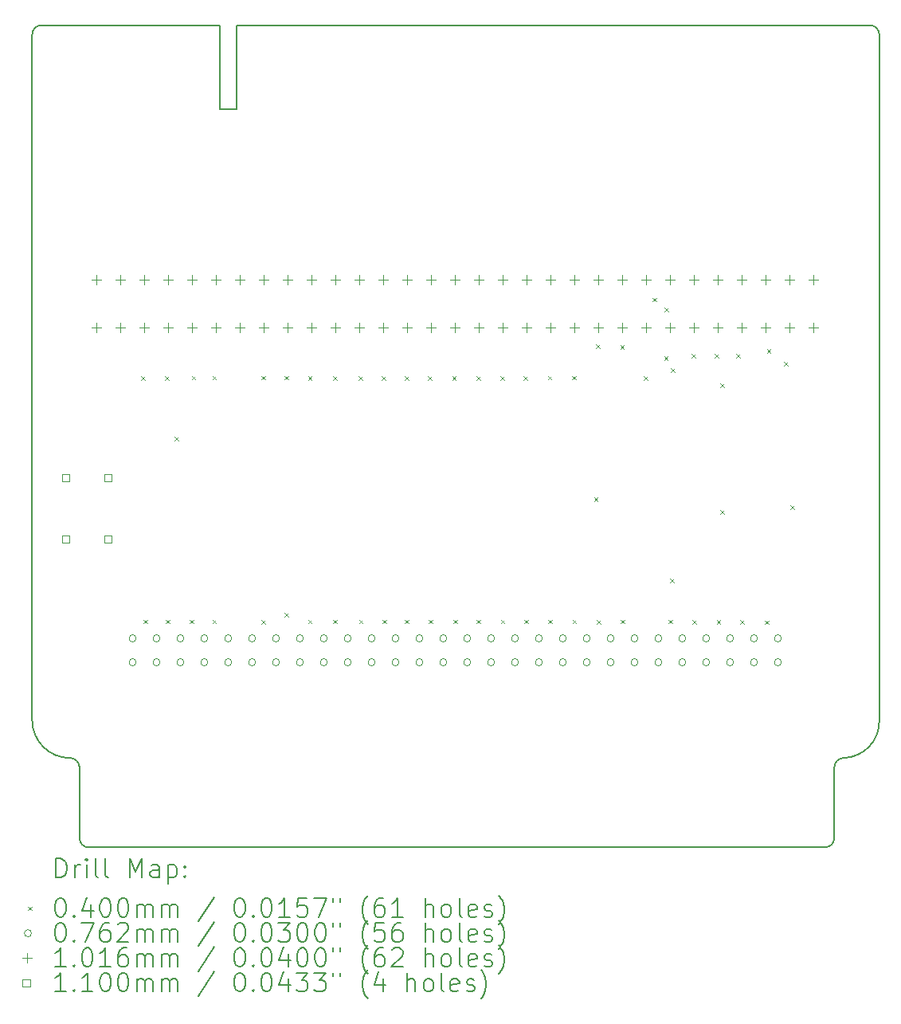
<source format=gbr>
%TF.GenerationSoftware,KiCad,Pcbnew,8.0.6-8.0.6-0~ubuntu24.04.1*%
%TF.CreationDate,2024-10-21T21:19:59+03:00*%
%TF.ProjectId,ZX Spectrum_ BUS Expander,5a582053-7065-4637-9472-756d2c204255,rev?*%
%TF.SameCoordinates,Original*%
%TF.FileFunction,Drillmap*%
%TF.FilePolarity,Positive*%
%FSLAX45Y45*%
G04 Gerber Fmt 4.5, Leading zero omitted, Abs format (unit mm)*
G04 Created by KiCad (PCBNEW 8.0.6-8.0.6-0~ubuntu24.04.1) date 2024-10-21 21:19:59*
%MOMM*%
%LPD*%
G01*
G04 APERTURE LIST*
%ADD10C,0.150000*%
%ADD11C,0.200000*%
%ADD12C,0.100000*%
%ADD13C,0.101600*%
%ADD14C,0.110000*%
G04 APERTURE END LIST*
D10*
X9481820Y-12554900D02*
X9481820Y-5267551D01*
X9984520Y-13804900D02*
X9984520Y-13054900D01*
X11652820Y-5168900D02*
X18384520Y-5168900D01*
X11652820Y-6057900D02*
X11652820Y-5168900D01*
X18384520Y-5168900D02*
G75*
G02*
X18484520Y-5268900I0J-100000D01*
G01*
X9884520Y-12954900D02*
G75*
G02*
X9984520Y-13054900I0J-100000D01*
G01*
X9580471Y-5168900D02*
X11475020Y-5168900D01*
X17906757Y-13904000D02*
X10084520Y-13904900D01*
X18006757Y-13804000D02*
G75*
G02*
X17906757Y-13903997I-99997J0D01*
G01*
X9884520Y-12954900D02*
G75*
G02*
X9481820Y-12554900I-1350J401350D01*
G01*
X18484520Y-5268900D02*
X18484520Y-12554000D01*
X10084520Y-13904900D02*
G75*
G02*
X9984520Y-13804900I0J100000D01*
G01*
X18484520Y-12554000D02*
G75*
G02*
X18106757Y-12954000I-388880J-11120D01*
G01*
X11475020Y-5168900D02*
X11475020Y-6057900D01*
X9481820Y-5267551D02*
G75*
G02*
X9580471Y-5168900I98650J1D01*
G01*
X11475020Y-6057900D02*
X11652820Y-6057900D01*
X18006757Y-13054000D02*
X18006757Y-13804000D01*
X18006757Y-13054000D02*
G75*
G02*
X18106757Y-12953997I100003J0D01*
G01*
D11*
D12*
X10640380Y-8900480D02*
X10680380Y-8940480D01*
X10680380Y-8900480D02*
X10640380Y-8940480D01*
X10665780Y-11486200D02*
X10705780Y-11526200D01*
X10705780Y-11486200D02*
X10665780Y-11526200D01*
X10894380Y-8900480D02*
X10934380Y-8940480D01*
X10934380Y-8900480D02*
X10894380Y-8940480D01*
X10902000Y-11486200D02*
X10942000Y-11526200D01*
X10942000Y-11486200D02*
X10902000Y-11526200D01*
X10995980Y-9540560D02*
X11035980Y-9580560D01*
X11035980Y-9540560D02*
X10995980Y-9580560D01*
X11158540Y-11486200D02*
X11198540Y-11526200D01*
X11198540Y-11486200D02*
X11158540Y-11526200D01*
X11176320Y-8895400D02*
X11216320Y-8935400D01*
X11216320Y-8895400D02*
X11176320Y-8935400D01*
X11397300Y-8895400D02*
X11437300Y-8935400D01*
X11437300Y-8895400D02*
X11397300Y-8935400D01*
X11397300Y-11486200D02*
X11437300Y-11526200D01*
X11437300Y-11486200D02*
X11397300Y-11526200D01*
X11918000Y-8895400D02*
X11958000Y-8935400D01*
X11958000Y-8895400D02*
X11918000Y-8935400D01*
X11920540Y-11488740D02*
X11960540Y-11528740D01*
X11960540Y-11488740D02*
X11920540Y-11528740D01*
X12161840Y-8895400D02*
X12201840Y-8935400D01*
X12201840Y-8895400D02*
X12161840Y-8935400D01*
X12164380Y-11412540D02*
X12204380Y-11452540D01*
X12204380Y-11412540D02*
X12164380Y-11452540D01*
X12413300Y-8897940D02*
X12453300Y-8937940D01*
X12453300Y-8897940D02*
X12413300Y-8937940D01*
X12413300Y-11486200D02*
X12453300Y-11526200D01*
X12453300Y-11486200D02*
X12413300Y-11526200D01*
X12680000Y-8897940D02*
X12720000Y-8937940D01*
X12720000Y-8897940D02*
X12680000Y-8937940D01*
X12682540Y-11486200D02*
X12722540Y-11526200D01*
X12722540Y-11486200D02*
X12682540Y-11526200D01*
X12951780Y-8897940D02*
X12991780Y-8937940D01*
X12991780Y-8897940D02*
X12951780Y-8937940D01*
X12954320Y-11486200D02*
X12994320Y-11526200D01*
X12994320Y-11486200D02*
X12954320Y-11526200D01*
X13195620Y-8897940D02*
X13235620Y-8937940D01*
X13235620Y-8897940D02*
X13195620Y-8937940D01*
X13203240Y-11486200D02*
X13243240Y-11526200D01*
X13243240Y-11486200D02*
X13203240Y-11526200D01*
X13442000Y-8897940D02*
X13482000Y-8937940D01*
X13482000Y-8897940D02*
X13442000Y-8937940D01*
X13442000Y-11486200D02*
X13482000Y-11526200D01*
X13482000Y-11486200D02*
X13442000Y-11526200D01*
X13688380Y-8897940D02*
X13728380Y-8937940D01*
X13728380Y-8897940D02*
X13688380Y-8937940D01*
X13698540Y-11486200D02*
X13738540Y-11526200D01*
X13738540Y-11486200D02*
X13698540Y-11526200D01*
X13944920Y-8897940D02*
X13984920Y-8937940D01*
X13984920Y-8897940D02*
X13944920Y-8937940D01*
X13957620Y-11486200D02*
X13997620Y-11526200D01*
X13997620Y-11486200D02*
X13957620Y-11526200D01*
X14206540Y-8897940D02*
X14246540Y-8937940D01*
X14246540Y-8897940D02*
X14206540Y-8937940D01*
X14206540Y-11486200D02*
X14246540Y-11526200D01*
X14246540Y-11486200D02*
X14206540Y-11526200D01*
X14458000Y-8897940D02*
X14498000Y-8937940D01*
X14498000Y-8897940D02*
X14458000Y-8937940D01*
X14463080Y-11486200D02*
X14503080Y-11526200D01*
X14503080Y-11486200D02*
X14463080Y-11526200D01*
X14704380Y-8897940D02*
X14744380Y-8937940D01*
X14744380Y-8897940D02*
X14704380Y-8937940D01*
X14712000Y-11486200D02*
X14752000Y-11526200D01*
X14752000Y-11486200D02*
X14712000Y-11526200D01*
X14960920Y-8895400D02*
X15000920Y-8935400D01*
X15000920Y-8895400D02*
X14960920Y-8935400D01*
X14968540Y-11486200D02*
X15008540Y-11526200D01*
X15008540Y-11486200D02*
X14968540Y-11526200D01*
X15217460Y-8895400D02*
X15257460Y-8935400D01*
X15257460Y-8895400D02*
X15217460Y-8935400D01*
X15225080Y-11486200D02*
X15265080Y-11526200D01*
X15265080Y-11486200D02*
X15225080Y-11526200D01*
X15453680Y-10188260D02*
X15493680Y-10228260D01*
X15493680Y-10188260D02*
X15453680Y-10228260D01*
X15474000Y-8562660D02*
X15514000Y-8602660D01*
X15514000Y-8562660D02*
X15474000Y-8602660D01*
X15484160Y-11488740D02*
X15524160Y-11528740D01*
X15524160Y-11488740D02*
X15484160Y-11528740D01*
X15733080Y-8567740D02*
X15773080Y-8607740D01*
X15773080Y-8567740D02*
X15733080Y-8607740D01*
X15735620Y-11486200D02*
X15775620Y-11526200D01*
X15775620Y-11486200D02*
X15735620Y-11526200D01*
X15984540Y-8897940D02*
X16024540Y-8937940D01*
X16024540Y-8897940D02*
X15984540Y-8937940D01*
X16073440Y-8064820D02*
X16113440Y-8104820D01*
X16113440Y-8064820D02*
X16073440Y-8104820D01*
X16197900Y-8687120D02*
X16237900Y-8727120D01*
X16237900Y-8687120D02*
X16197900Y-8727120D01*
X16203445Y-8171965D02*
X16243445Y-8211965D01*
X16243445Y-8171965D02*
X16203445Y-8211965D01*
X16246160Y-11486200D02*
X16286160Y-11526200D01*
X16286160Y-11486200D02*
X16246160Y-11526200D01*
X16263940Y-11049320D02*
X16303940Y-11089320D01*
X16303940Y-11049320D02*
X16263940Y-11089320D01*
X16269020Y-8816660D02*
X16309020Y-8856660D01*
X16309020Y-8816660D02*
X16269020Y-8856660D01*
X16492540Y-8659180D02*
X16532540Y-8699180D01*
X16532540Y-8659180D02*
X16492540Y-8699180D01*
X16497620Y-11488740D02*
X16537620Y-11528740D01*
X16537620Y-11488740D02*
X16497620Y-11528740D01*
X16736380Y-8659180D02*
X16776380Y-8699180D01*
X16776380Y-8659180D02*
X16736380Y-8699180D01*
X16756700Y-11488740D02*
X16796700Y-11528740D01*
X16796700Y-11488740D02*
X16756700Y-11528740D01*
X16792260Y-8974140D02*
X16832260Y-9014140D01*
X16832260Y-8974140D02*
X16792260Y-9014140D01*
X16792260Y-10320340D02*
X16832260Y-10360340D01*
X16832260Y-10320340D02*
X16792260Y-10360340D01*
X16964980Y-8661720D02*
X17004980Y-8701720D01*
X17004980Y-8661720D02*
X16964980Y-8701720D01*
X17005620Y-11491280D02*
X17045620Y-11531280D01*
X17045620Y-11491280D02*
X17005620Y-11531280D01*
X17269780Y-11493820D02*
X17309780Y-11533820D01*
X17309780Y-11493820D02*
X17269780Y-11533820D01*
X17290100Y-8610920D02*
X17330100Y-8650920D01*
X17330100Y-8610920D02*
X17290100Y-8650920D01*
X17472980Y-8745540D02*
X17512980Y-8785540D01*
X17512980Y-8745540D02*
X17472980Y-8785540D01*
X17541560Y-10269540D02*
X17581560Y-10309540D01*
X17581560Y-10269540D02*
X17541560Y-10309540D01*
X10586720Y-11684000D02*
G75*
G02*
X10510520Y-11684000I-38100J0D01*
G01*
X10510520Y-11684000D02*
G75*
G02*
X10586720Y-11684000I38100J0D01*
G01*
X10586720Y-11938000D02*
G75*
G02*
X10510520Y-11938000I-38100J0D01*
G01*
X10510520Y-11938000D02*
G75*
G02*
X10586720Y-11938000I38100J0D01*
G01*
X10840720Y-11684000D02*
G75*
G02*
X10764520Y-11684000I-38100J0D01*
G01*
X10764520Y-11684000D02*
G75*
G02*
X10840720Y-11684000I38100J0D01*
G01*
X10840720Y-11938000D02*
G75*
G02*
X10764520Y-11938000I-38100J0D01*
G01*
X10764520Y-11938000D02*
G75*
G02*
X10840720Y-11938000I38100J0D01*
G01*
X11094720Y-11684000D02*
G75*
G02*
X11018520Y-11684000I-38100J0D01*
G01*
X11018520Y-11684000D02*
G75*
G02*
X11094720Y-11684000I38100J0D01*
G01*
X11094720Y-11938000D02*
G75*
G02*
X11018520Y-11938000I-38100J0D01*
G01*
X11018520Y-11938000D02*
G75*
G02*
X11094720Y-11938000I38100J0D01*
G01*
X11348720Y-11684000D02*
G75*
G02*
X11272520Y-11684000I-38100J0D01*
G01*
X11272520Y-11684000D02*
G75*
G02*
X11348720Y-11684000I38100J0D01*
G01*
X11348720Y-11938000D02*
G75*
G02*
X11272520Y-11938000I-38100J0D01*
G01*
X11272520Y-11938000D02*
G75*
G02*
X11348720Y-11938000I38100J0D01*
G01*
X11602720Y-11684000D02*
G75*
G02*
X11526520Y-11684000I-38100J0D01*
G01*
X11526520Y-11684000D02*
G75*
G02*
X11602720Y-11684000I38100J0D01*
G01*
X11602720Y-11938000D02*
G75*
G02*
X11526520Y-11938000I-38100J0D01*
G01*
X11526520Y-11938000D02*
G75*
G02*
X11602720Y-11938000I38100J0D01*
G01*
X11856720Y-11684000D02*
G75*
G02*
X11780520Y-11684000I-38100J0D01*
G01*
X11780520Y-11684000D02*
G75*
G02*
X11856720Y-11684000I38100J0D01*
G01*
X11856720Y-11938000D02*
G75*
G02*
X11780520Y-11938000I-38100J0D01*
G01*
X11780520Y-11938000D02*
G75*
G02*
X11856720Y-11938000I38100J0D01*
G01*
X12110720Y-11684000D02*
G75*
G02*
X12034520Y-11684000I-38100J0D01*
G01*
X12034520Y-11684000D02*
G75*
G02*
X12110720Y-11684000I38100J0D01*
G01*
X12110720Y-11938000D02*
G75*
G02*
X12034520Y-11938000I-38100J0D01*
G01*
X12034520Y-11938000D02*
G75*
G02*
X12110720Y-11938000I38100J0D01*
G01*
X12364720Y-11684000D02*
G75*
G02*
X12288520Y-11684000I-38100J0D01*
G01*
X12288520Y-11684000D02*
G75*
G02*
X12364720Y-11684000I38100J0D01*
G01*
X12364720Y-11938000D02*
G75*
G02*
X12288520Y-11938000I-38100J0D01*
G01*
X12288520Y-11938000D02*
G75*
G02*
X12364720Y-11938000I38100J0D01*
G01*
X12618720Y-11684000D02*
G75*
G02*
X12542520Y-11684000I-38100J0D01*
G01*
X12542520Y-11684000D02*
G75*
G02*
X12618720Y-11684000I38100J0D01*
G01*
X12618720Y-11938000D02*
G75*
G02*
X12542520Y-11938000I-38100J0D01*
G01*
X12542520Y-11938000D02*
G75*
G02*
X12618720Y-11938000I38100J0D01*
G01*
X12872720Y-11684000D02*
G75*
G02*
X12796520Y-11684000I-38100J0D01*
G01*
X12796520Y-11684000D02*
G75*
G02*
X12872720Y-11684000I38100J0D01*
G01*
X12872720Y-11938000D02*
G75*
G02*
X12796520Y-11938000I-38100J0D01*
G01*
X12796520Y-11938000D02*
G75*
G02*
X12872720Y-11938000I38100J0D01*
G01*
X13126720Y-11684000D02*
G75*
G02*
X13050520Y-11684000I-38100J0D01*
G01*
X13050520Y-11684000D02*
G75*
G02*
X13126720Y-11684000I38100J0D01*
G01*
X13126720Y-11938000D02*
G75*
G02*
X13050520Y-11938000I-38100J0D01*
G01*
X13050520Y-11938000D02*
G75*
G02*
X13126720Y-11938000I38100J0D01*
G01*
X13380720Y-11684000D02*
G75*
G02*
X13304520Y-11684000I-38100J0D01*
G01*
X13304520Y-11684000D02*
G75*
G02*
X13380720Y-11684000I38100J0D01*
G01*
X13380720Y-11938000D02*
G75*
G02*
X13304520Y-11938000I-38100J0D01*
G01*
X13304520Y-11938000D02*
G75*
G02*
X13380720Y-11938000I38100J0D01*
G01*
X13634720Y-11684000D02*
G75*
G02*
X13558520Y-11684000I-38100J0D01*
G01*
X13558520Y-11684000D02*
G75*
G02*
X13634720Y-11684000I38100J0D01*
G01*
X13634720Y-11938000D02*
G75*
G02*
X13558520Y-11938000I-38100J0D01*
G01*
X13558520Y-11938000D02*
G75*
G02*
X13634720Y-11938000I38100J0D01*
G01*
X13888720Y-11684000D02*
G75*
G02*
X13812520Y-11684000I-38100J0D01*
G01*
X13812520Y-11684000D02*
G75*
G02*
X13888720Y-11684000I38100J0D01*
G01*
X13888720Y-11938000D02*
G75*
G02*
X13812520Y-11938000I-38100J0D01*
G01*
X13812520Y-11938000D02*
G75*
G02*
X13888720Y-11938000I38100J0D01*
G01*
X14142720Y-11684000D02*
G75*
G02*
X14066520Y-11684000I-38100J0D01*
G01*
X14066520Y-11684000D02*
G75*
G02*
X14142720Y-11684000I38100J0D01*
G01*
X14142720Y-11938000D02*
G75*
G02*
X14066520Y-11938000I-38100J0D01*
G01*
X14066520Y-11938000D02*
G75*
G02*
X14142720Y-11938000I38100J0D01*
G01*
X14396720Y-11684000D02*
G75*
G02*
X14320520Y-11684000I-38100J0D01*
G01*
X14320520Y-11684000D02*
G75*
G02*
X14396720Y-11684000I38100J0D01*
G01*
X14396720Y-11938000D02*
G75*
G02*
X14320520Y-11938000I-38100J0D01*
G01*
X14320520Y-11938000D02*
G75*
G02*
X14396720Y-11938000I38100J0D01*
G01*
X14650720Y-11684000D02*
G75*
G02*
X14574520Y-11684000I-38100J0D01*
G01*
X14574520Y-11684000D02*
G75*
G02*
X14650720Y-11684000I38100J0D01*
G01*
X14650720Y-11938000D02*
G75*
G02*
X14574520Y-11938000I-38100J0D01*
G01*
X14574520Y-11938000D02*
G75*
G02*
X14650720Y-11938000I38100J0D01*
G01*
X14904720Y-11684000D02*
G75*
G02*
X14828520Y-11684000I-38100J0D01*
G01*
X14828520Y-11684000D02*
G75*
G02*
X14904720Y-11684000I38100J0D01*
G01*
X14904720Y-11938000D02*
G75*
G02*
X14828520Y-11938000I-38100J0D01*
G01*
X14828520Y-11938000D02*
G75*
G02*
X14904720Y-11938000I38100J0D01*
G01*
X15158720Y-11684000D02*
G75*
G02*
X15082520Y-11684000I-38100J0D01*
G01*
X15082520Y-11684000D02*
G75*
G02*
X15158720Y-11684000I38100J0D01*
G01*
X15158720Y-11938000D02*
G75*
G02*
X15082520Y-11938000I-38100J0D01*
G01*
X15082520Y-11938000D02*
G75*
G02*
X15158720Y-11938000I38100J0D01*
G01*
X15412720Y-11684000D02*
G75*
G02*
X15336520Y-11684000I-38100J0D01*
G01*
X15336520Y-11684000D02*
G75*
G02*
X15412720Y-11684000I38100J0D01*
G01*
X15412720Y-11938000D02*
G75*
G02*
X15336520Y-11938000I-38100J0D01*
G01*
X15336520Y-11938000D02*
G75*
G02*
X15412720Y-11938000I38100J0D01*
G01*
X15666720Y-11684000D02*
G75*
G02*
X15590520Y-11684000I-38100J0D01*
G01*
X15590520Y-11684000D02*
G75*
G02*
X15666720Y-11684000I38100J0D01*
G01*
X15666720Y-11938000D02*
G75*
G02*
X15590520Y-11938000I-38100J0D01*
G01*
X15590520Y-11938000D02*
G75*
G02*
X15666720Y-11938000I38100J0D01*
G01*
X15920720Y-11684000D02*
G75*
G02*
X15844520Y-11684000I-38100J0D01*
G01*
X15844520Y-11684000D02*
G75*
G02*
X15920720Y-11684000I38100J0D01*
G01*
X15920720Y-11938000D02*
G75*
G02*
X15844520Y-11938000I-38100J0D01*
G01*
X15844520Y-11938000D02*
G75*
G02*
X15920720Y-11938000I38100J0D01*
G01*
X16174720Y-11684000D02*
G75*
G02*
X16098520Y-11684000I-38100J0D01*
G01*
X16098520Y-11684000D02*
G75*
G02*
X16174720Y-11684000I38100J0D01*
G01*
X16174720Y-11938000D02*
G75*
G02*
X16098520Y-11938000I-38100J0D01*
G01*
X16098520Y-11938000D02*
G75*
G02*
X16174720Y-11938000I38100J0D01*
G01*
X16428720Y-11684000D02*
G75*
G02*
X16352520Y-11684000I-38100J0D01*
G01*
X16352520Y-11684000D02*
G75*
G02*
X16428720Y-11684000I38100J0D01*
G01*
X16428720Y-11938000D02*
G75*
G02*
X16352520Y-11938000I-38100J0D01*
G01*
X16352520Y-11938000D02*
G75*
G02*
X16428720Y-11938000I38100J0D01*
G01*
X16682720Y-11684000D02*
G75*
G02*
X16606520Y-11684000I-38100J0D01*
G01*
X16606520Y-11684000D02*
G75*
G02*
X16682720Y-11684000I38100J0D01*
G01*
X16682720Y-11938000D02*
G75*
G02*
X16606520Y-11938000I-38100J0D01*
G01*
X16606520Y-11938000D02*
G75*
G02*
X16682720Y-11938000I38100J0D01*
G01*
X16936720Y-11684000D02*
G75*
G02*
X16860520Y-11684000I-38100J0D01*
G01*
X16860520Y-11684000D02*
G75*
G02*
X16936720Y-11684000I38100J0D01*
G01*
X16936720Y-11938000D02*
G75*
G02*
X16860520Y-11938000I-38100J0D01*
G01*
X16860520Y-11938000D02*
G75*
G02*
X16936720Y-11938000I38100J0D01*
G01*
X17190720Y-11684000D02*
G75*
G02*
X17114520Y-11684000I-38100J0D01*
G01*
X17114520Y-11684000D02*
G75*
G02*
X17190720Y-11684000I38100J0D01*
G01*
X17190720Y-11938000D02*
G75*
G02*
X17114520Y-11938000I-38100J0D01*
G01*
X17114520Y-11938000D02*
G75*
G02*
X17190720Y-11938000I38100J0D01*
G01*
X17444720Y-11684000D02*
G75*
G02*
X17368520Y-11684000I-38100J0D01*
G01*
X17368520Y-11684000D02*
G75*
G02*
X17444720Y-11684000I38100J0D01*
G01*
X17444720Y-11938000D02*
G75*
G02*
X17368520Y-11938000I-38100J0D01*
G01*
X17368520Y-11938000D02*
G75*
G02*
X17444720Y-11938000I38100J0D01*
G01*
D13*
X10167620Y-7823200D02*
X10167620Y-7924800D01*
X10116820Y-7874000D02*
X10218420Y-7874000D01*
X10167620Y-8331200D02*
X10167620Y-8432800D01*
X10116820Y-8382000D02*
X10218420Y-8382000D01*
X10421620Y-7823200D02*
X10421620Y-7924800D01*
X10370820Y-7874000D02*
X10472420Y-7874000D01*
X10421620Y-8331200D02*
X10421620Y-8432800D01*
X10370820Y-8382000D02*
X10472420Y-8382000D01*
X10675620Y-7823200D02*
X10675620Y-7924800D01*
X10624820Y-7874000D02*
X10726420Y-7874000D01*
X10675620Y-8331200D02*
X10675620Y-8432800D01*
X10624820Y-8382000D02*
X10726420Y-8382000D01*
X10929620Y-7823200D02*
X10929620Y-7924800D01*
X10878820Y-7874000D02*
X10980420Y-7874000D01*
X10929620Y-8331200D02*
X10929620Y-8432800D01*
X10878820Y-8382000D02*
X10980420Y-8382000D01*
X11183620Y-7823200D02*
X11183620Y-7924800D01*
X11132820Y-7874000D02*
X11234420Y-7874000D01*
X11183620Y-8331200D02*
X11183620Y-8432800D01*
X11132820Y-8382000D02*
X11234420Y-8382000D01*
X11437620Y-7823200D02*
X11437620Y-7924800D01*
X11386820Y-7874000D02*
X11488420Y-7874000D01*
X11437620Y-8331200D02*
X11437620Y-8432800D01*
X11386820Y-8382000D02*
X11488420Y-8382000D01*
X11691620Y-7823200D02*
X11691620Y-7924800D01*
X11640820Y-7874000D02*
X11742420Y-7874000D01*
X11691620Y-8331200D02*
X11691620Y-8432800D01*
X11640820Y-8382000D02*
X11742420Y-8382000D01*
X11945620Y-7823200D02*
X11945620Y-7924800D01*
X11894820Y-7874000D02*
X11996420Y-7874000D01*
X11945620Y-8331200D02*
X11945620Y-8432800D01*
X11894820Y-8382000D02*
X11996420Y-8382000D01*
X12199620Y-7823200D02*
X12199620Y-7924800D01*
X12148820Y-7874000D02*
X12250420Y-7874000D01*
X12199620Y-8331200D02*
X12199620Y-8432800D01*
X12148820Y-8382000D02*
X12250420Y-8382000D01*
X12453620Y-7823200D02*
X12453620Y-7924800D01*
X12402820Y-7874000D02*
X12504420Y-7874000D01*
X12453620Y-8331200D02*
X12453620Y-8432800D01*
X12402820Y-8382000D02*
X12504420Y-8382000D01*
X12707620Y-7823200D02*
X12707620Y-7924800D01*
X12656820Y-7874000D02*
X12758420Y-7874000D01*
X12707620Y-8331200D02*
X12707620Y-8432800D01*
X12656820Y-8382000D02*
X12758420Y-8382000D01*
X12961620Y-7823200D02*
X12961620Y-7924800D01*
X12910820Y-7874000D02*
X13012420Y-7874000D01*
X12961620Y-8331200D02*
X12961620Y-8432800D01*
X12910820Y-8382000D02*
X13012420Y-8382000D01*
X13215620Y-7823200D02*
X13215620Y-7924800D01*
X13164820Y-7874000D02*
X13266420Y-7874000D01*
X13215620Y-8331200D02*
X13215620Y-8432800D01*
X13164820Y-8382000D02*
X13266420Y-8382000D01*
X13469620Y-7823200D02*
X13469620Y-7924800D01*
X13418820Y-7874000D02*
X13520420Y-7874000D01*
X13469620Y-8331200D02*
X13469620Y-8432800D01*
X13418820Y-8382000D02*
X13520420Y-8382000D01*
X13723620Y-7823200D02*
X13723620Y-7924800D01*
X13672820Y-7874000D02*
X13774420Y-7874000D01*
X13723620Y-8331200D02*
X13723620Y-8432800D01*
X13672820Y-8382000D02*
X13774420Y-8382000D01*
X13977620Y-7823200D02*
X13977620Y-7924800D01*
X13926820Y-7874000D02*
X14028420Y-7874000D01*
X13977620Y-8331200D02*
X13977620Y-8432800D01*
X13926820Y-8382000D02*
X14028420Y-8382000D01*
X14231620Y-7823200D02*
X14231620Y-7924800D01*
X14180820Y-7874000D02*
X14282420Y-7874000D01*
X14231620Y-8331200D02*
X14231620Y-8432800D01*
X14180820Y-8382000D02*
X14282420Y-8382000D01*
X14485620Y-7823200D02*
X14485620Y-7924800D01*
X14434820Y-7874000D02*
X14536420Y-7874000D01*
X14485620Y-8331200D02*
X14485620Y-8432800D01*
X14434820Y-8382000D02*
X14536420Y-8382000D01*
X14739620Y-7823200D02*
X14739620Y-7924800D01*
X14688820Y-7874000D02*
X14790420Y-7874000D01*
X14739620Y-8331200D02*
X14739620Y-8432800D01*
X14688820Y-8382000D02*
X14790420Y-8382000D01*
X14993620Y-7823200D02*
X14993620Y-7924800D01*
X14942820Y-7874000D02*
X15044420Y-7874000D01*
X14993620Y-8331200D02*
X14993620Y-8432800D01*
X14942820Y-8382000D02*
X15044420Y-8382000D01*
X15247620Y-7823200D02*
X15247620Y-7924800D01*
X15196820Y-7874000D02*
X15298420Y-7874000D01*
X15247620Y-8331200D02*
X15247620Y-8432800D01*
X15196820Y-8382000D02*
X15298420Y-8382000D01*
X15501620Y-7823200D02*
X15501620Y-7924800D01*
X15450820Y-7874000D02*
X15552420Y-7874000D01*
X15501620Y-8331200D02*
X15501620Y-8432800D01*
X15450820Y-8382000D02*
X15552420Y-8382000D01*
X15755620Y-7823200D02*
X15755620Y-7924800D01*
X15704820Y-7874000D02*
X15806420Y-7874000D01*
X15755620Y-8331200D02*
X15755620Y-8432800D01*
X15704820Y-8382000D02*
X15806420Y-8382000D01*
X16009620Y-7823200D02*
X16009620Y-7924800D01*
X15958820Y-7874000D02*
X16060420Y-7874000D01*
X16009620Y-8331200D02*
X16009620Y-8432800D01*
X15958820Y-8382000D02*
X16060420Y-8382000D01*
X16263620Y-7823200D02*
X16263620Y-7924800D01*
X16212820Y-7874000D02*
X16314420Y-7874000D01*
X16263620Y-8331200D02*
X16263620Y-8432800D01*
X16212820Y-8382000D02*
X16314420Y-8382000D01*
X16517620Y-7823200D02*
X16517620Y-7924800D01*
X16466820Y-7874000D02*
X16568420Y-7874000D01*
X16517620Y-8331200D02*
X16517620Y-8432800D01*
X16466820Y-8382000D02*
X16568420Y-8382000D01*
X16771620Y-7823200D02*
X16771620Y-7924800D01*
X16720820Y-7874000D02*
X16822420Y-7874000D01*
X16771620Y-8331200D02*
X16771620Y-8432800D01*
X16720820Y-8382000D02*
X16822420Y-8382000D01*
X17025620Y-7823200D02*
X17025620Y-7924800D01*
X16974820Y-7874000D02*
X17076420Y-7874000D01*
X17025620Y-8331200D02*
X17025620Y-8432800D01*
X16974820Y-8382000D02*
X17076420Y-8382000D01*
X17279620Y-7823200D02*
X17279620Y-7924800D01*
X17228820Y-7874000D02*
X17330420Y-7874000D01*
X17279620Y-8331200D02*
X17279620Y-8432800D01*
X17228820Y-8382000D02*
X17330420Y-8382000D01*
X17533620Y-7823200D02*
X17533620Y-7924800D01*
X17482820Y-7874000D02*
X17584420Y-7874000D01*
X17533620Y-8331200D02*
X17533620Y-8432800D01*
X17482820Y-8382000D02*
X17584420Y-8382000D01*
X17787620Y-7823200D02*
X17787620Y-7924800D01*
X17736820Y-7874000D02*
X17838420Y-7874000D01*
X17787620Y-8331200D02*
X17787620Y-8432800D01*
X17736820Y-8382000D02*
X17838420Y-8382000D01*
D14*
X9874831Y-10018671D02*
X9874831Y-9940889D01*
X9797049Y-9940889D01*
X9797049Y-10018671D01*
X9874831Y-10018671D01*
X9874831Y-10668671D02*
X9874831Y-10590889D01*
X9797049Y-10590889D01*
X9797049Y-10668671D01*
X9874831Y-10668671D01*
X10324831Y-10018671D02*
X10324831Y-9940889D01*
X10247049Y-9940889D01*
X10247049Y-10018671D01*
X10324831Y-10018671D01*
X10324831Y-10668671D02*
X10324831Y-10590889D01*
X10247049Y-10590889D01*
X10247049Y-10668671D01*
X10324831Y-10668671D01*
D11*
X9735097Y-14223884D02*
X9735097Y-14023884D01*
X9735097Y-14023884D02*
X9782716Y-14023884D01*
X9782716Y-14023884D02*
X9811287Y-14033408D01*
X9811287Y-14033408D02*
X9830335Y-14052455D01*
X9830335Y-14052455D02*
X9839859Y-14071503D01*
X9839859Y-14071503D02*
X9849383Y-14109598D01*
X9849383Y-14109598D02*
X9849383Y-14138169D01*
X9849383Y-14138169D02*
X9839859Y-14176265D01*
X9839859Y-14176265D02*
X9830335Y-14195312D01*
X9830335Y-14195312D02*
X9811287Y-14214360D01*
X9811287Y-14214360D02*
X9782716Y-14223884D01*
X9782716Y-14223884D02*
X9735097Y-14223884D01*
X9935097Y-14223884D02*
X9935097Y-14090550D01*
X9935097Y-14128646D02*
X9944621Y-14109598D01*
X9944621Y-14109598D02*
X9954144Y-14100074D01*
X9954144Y-14100074D02*
X9973192Y-14090550D01*
X9973192Y-14090550D02*
X9992240Y-14090550D01*
X10058906Y-14223884D02*
X10058906Y-14090550D01*
X10058906Y-14023884D02*
X10049383Y-14033408D01*
X10049383Y-14033408D02*
X10058906Y-14042931D01*
X10058906Y-14042931D02*
X10068430Y-14033408D01*
X10068430Y-14033408D02*
X10058906Y-14023884D01*
X10058906Y-14023884D02*
X10058906Y-14042931D01*
X10182716Y-14223884D02*
X10163668Y-14214360D01*
X10163668Y-14214360D02*
X10154144Y-14195312D01*
X10154144Y-14195312D02*
X10154144Y-14023884D01*
X10287478Y-14223884D02*
X10268430Y-14214360D01*
X10268430Y-14214360D02*
X10258906Y-14195312D01*
X10258906Y-14195312D02*
X10258906Y-14023884D01*
X10516049Y-14223884D02*
X10516049Y-14023884D01*
X10516049Y-14023884D02*
X10582716Y-14166741D01*
X10582716Y-14166741D02*
X10649383Y-14023884D01*
X10649383Y-14023884D02*
X10649383Y-14223884D01*
X10830335Y-14223884D02*
X10830335Y-14119122D01*
X10830335Y-14119122D02*
X10820811Y-14100074D01*
X10820811Y-14100074D02*
X10801764Y-14090550D01*
X10801764Y-14090550D02*
X10763668Y-14090550D01*
X10763668Y-14090550D02*
X10744621Y-14100074D01*
X10830335Y-14214360D02*
X10811287Y-14223884D01*
X10811287Y-14223884D02*
X10763668Y-14223884D01*
X10763668Y-14223884D02*
X10744621Y-14214360D01*
X10744621Y-14214360D02*
X10735097Y-14195312D01*
X10735097Y-14195312D02*
X10735097Y-14176265D01*
X10735097Y-14176265D02*
X10744621Y-14157217D01*
X10744621Y-14157217D02*
X10763668Y-14147693D01*
X10763668Y-14147693D02*
X10811287Y-14147693D01*
X10811287Y-14147693D02*
X10830335Y-14138169D01*
X10925573Y-14090550D02*
X10925573Y-14290550D01*
X10925573Y-14100074D02*
X10944621Y-14090550D01*
X10944621Y-14090550D02*
X10982716Y-14090550D01*
X10982716Y-14090550D02*
X11001764Y-14100074D01*
X11001764Y-14100074D02*
X11011287Y-14109598D01*
X11011287Y-14109598D02*
X11020811Y-14128646D01*
X11020811Y-14128646D02*
X11020811Y-14185788D01*
X11020811Y-14185788D02*
X11011287Y-14204836D01*
X11011287Y-14204836D02*
X11001764Y-14214360D01*
X11001764Y-14214360D02*
X10982716Y-14223884D01*
X10982716Y-14223884D02*
X10944621Y-14223884D01*
X10944621Y-14223884D02*
X10925573Y-14214360D01*
X11106525Y-14204836D02*
X11116049Y-14214360D01*
X11116049Y-14214360D02*
X11106525Y-14223884D01*
X11106525Y-14223884D02*
X11097002Y-14214360D01*
X11097002Y-14214360D02*
X11106525Y-14204836D01*
X11106525Y-14204836D02*
X11106525Y-14223884D01*
X11106525Y-14100074D02*
X11116049Y-14109598D01*
X11116049Y-14109598D02*
X11106525Y-14119122D01*
X11106525Y-14119122D02*
X11097002Y-14109598D01*
X11097002Y-14109598D02*
X11106525Y-14100074D01*
X11106525Y-14100074D02*
X11106525Y-14119122D01*
D12*
X9434320Y-14532400D02*
X9474320Y-14572400D01*
X9474320Y-14532400D02*
X9434320Y-14572400D01*
D11*
X9773192Y-14443884D02*
X9792240Y-14443884D01*
X9792240Y-14443884D02*
X9811287Y-14453408D01*
X9811287Y-14453408D02*
X9820811Y-14462931D01*
X9820811Y-14462931D02*
X9830335Y-14481979D01*
X9830335Y-14481979D02*
X9839859Y-14520074D01*
X9839859Y-14520074D02*
X9839859Y-14567693D01*
X9839859Y-14567693D02*
X9830335Y-14605788D01*
X9830335Y-14605788D02*
X9820811Y-14624836D01*
X9820811Y-14624836D02*
X9811287Y-14634360D01*
X9811287Y-14634360D02*
X9792240Y-14643884D01*
X9792240Y-14643884D02*
X9773192Y-14643884D01*
X9773192Y-14643884D02*
X9754144Y-14634360D01*
X9754144Y-14634360D02*
X9744621Y-14624836D01*
X9744621Y-14624836D02*
X9735097Y-14605788D01*
X9735097Y-14605788D02*
X9725573Y-14567693D01*
X9725573Y-14567693D02*
X9725573Y-14520074D01*
X9725573Y-14520074D02*
X9735097Y-14481979D01*
X9735097Y-14481979D02*
X9744621Y-14462931D01*
X9744621Y-14462931D02*
X9754144Y-14453408D01*
X9754144Y-14453408D02*
X9773192Y-14443884D01*
X9925573Y-14624836D02*
X9935097Y-14634360D01*
X9935097Y-14634360D02*
X9925573Y-14643884D01*
X9925573Y-14643884D02*
X9916049Y-14634360D01*
X9916049Y-14634360D02*
X9925573Y-14624836D01*
X9925573Y-14624836D02*
X9925573Y-14643884D01*
X10106525Y-14510550D02*
X10106525Y-14643884D01*
X10058906Y-14434360D02*
X10011287Y-14577217D01*
X10011287Y-14577217D02*
X10135097Y-14577217D01*
X10249383Y-14443884D02*
X10268430Y-14443884D01*
X10268430Y-14443884D02*
X10287478Y-14453408D01*
X10287478Y-14453408D02*
X10297002Y-14462931D01*
X10297002Y-14462931D02*
X10306525Y-14481979D01*
X10306525Y-14481979D02*
X10316049Y-14520074D01*
X10316049Y-14520074D02*
X10316049Y-14567693D01*
X10316049Y-14567693D02*
X10306525Y-14605788D01*
X10306525Y-14605788D02*
X10297002Y-14624836D01*
X10297002Y-14624836D02*
X10287478Y-14634360D01*
X10287478Y-14634360D02*
X10268430Y-14643884D01*
X10268430Y-14643884D02*
X10249383Y-14643884D01*
X10249383Y-14643884D02*
X10230335Y-14634360D01*
X10230335Y-14634360D02*
X10220811Y-14624836D01*
X10220811Y-14624836D02*
X10211287Y-14605788D01*
X10211287Y-14605788D02*
X10201764Y-14567693D01*
X10201764Y-14567693D02*
X10201764Y-14520074D01*
X10201764Y-14520074D02*
X10211287Y-14481979D01*
X10211287Y-14481979D02*
X10220811Y-14462931D01*
X10220811Y-14462931D02*
X10230335Y-14453408D01*
X10230335Y-14453408D02*
X10249383Y-14443884D01*
X10439859Y-14443884D02*
X10458906Y-14443884D01*
X10458906Y-14443884D02*
X10477954Y-14453408D01*
X10477954Y-14453408D02*
X10487478Y-14462931D01*
X10487478Y-14462931D02*
X10497002Y-14481979D01*
X10497002Y-14481979D02*
X10506525Y-14520074D01*
X10506525Y-14520074D02*
X10506525Y-14567693D01*
X10506525Y-14567693D02*
X10497002Y-14605788D01*
X10497002Y-14605788D02*
X10487478Y-14624836D01*
X10487478Y-14624836D02*
X10477954Y-14634360D01*
X10477954Y-14634360D02*
X10458906Y-14643884D01*
X10458906Y-14643884D02*
X10439859Y-14643884D01*
X10439859Y-14643884D02*
X10420811Y-14634360D01*
X10420811Y-14634360D02*
X10411287Y-14624836D01*
X10411287Y-14624836D02*
X10401764Y-14605788D01*
X10401764Y-14605788D02*
X10392240Y-14567693D01*
X10392240Y-14567693D02*
X10392240Y-14520074D01*
X10392240Y-14520074D02*
X10401764Y-14481979D01*
X10401764Y-14481979D02*
X10411287Y-14462931D01*
X10411287Y-14462931D02*
X10420811Y-14453408D01*
X10420811Y-14453408D02*
X10439859Y-14443884D01*
X10592240Y-14643884D02*
X10592240Y-14510550D01*
X10592240Y-14529598D02*
X10601764Y-14520074D01*
X10601764Y-14520074D02*
X10620811Y-14510550D01*
X10620811Y-14510550D02*
X10649383Y-14510550D01*
X10649383Y-14510550D02*
X10668430Y-14520074D01*
X10668430Y-14520074D02*
X10677954Y-14539122D01*
X10677954Y-14539122D02*
X10677954Y-14643884D01*
X10677954Y-14539122D02*
X10687478Y-14520074D01*
X10687478Y-14520074D02*
X10706525Y-14510550D01*
X10706525Y-14510550D02*
X10735097Y-14510550D01*
X10735097Y-14510550D02*
X10754145Y-14520074D01*
X10754145Y-14520074D02*
X10763668Y-14539122D01*
X10763668Y-14539122D02*
X10763668Y-14643884D01*
X10858906Y-14643884D02*
X10858906Y-14510550D01*
X10858906Y-14529598D02*
X10868430Y-14520074D01*
X10868430Y-14520074D02*
X10887478Y-14510550D01*
X10887478Y-14510550D02*
X10916049Y-14510550D01*
X10916049Y-14510550D02*
X10935097Y-14520074D01*
X10935097Y-14520074D02*
X10944621Y-14539122D01*
X10944621Y-14539122D02*
X10944621Y-14643884D01*
X10944621Y-14539122D02*
X10954145Y-14520074D01*
X10954145Y-14520074D02*
X10973192Y-14510550D01*
X10973192Y-14510550D02*
X11001764Y-14510550D01*
X11001764Y-14510550D02*
X11020811Y-14520074D01*
X11020811Y-14520074D02*
X11030335Y-14539122D01*
X11030335Y-14539122D02*
X11030335Y-14643884D01*
X11420811Y-14434360D02*
X11249383Y-14691503D01*
X11677954Y-14443884D02*
X11697002Y-14443884D01*
X11697002Y-14443884D02*
X11716049Y-14453408D01*
X11716049Y-14453408D02*
X11725573Y-14462931D01*
X11725573Y-14462931D02*
X11735097Y-14481979D01*
X11735097Y-14481979D02*
X11744621Y-14520074D01*
X11744621Y-14520074D02*
X11744621Y-14567693D01*
X11744621Y-14567693D02*
X11735097Y-14605788D01*
X11735097Y-14605788D02*
X11725573Y-14624836D01*
X11725573Y-14624836D02*
X11716049Y-14634360D01*
X11716049Y-14634360D02*
X11697002Y-14643884D01*
X11697002Y-14643884D02*
X11677954Y-14643884D01*
X11677954Y-14643884D02*
X11658906Y-14634360D01*
X11658906Y-14634360D02*
X11649383Y-14624836D01*
X11649383Y-14624836D02*
X11639859Y-14605788D01*
X11639859Y-14605788D02*
X11630335Y-14567693D01*
X11630335Y-14567693D02*
X11630335Y-14520074D01*
X11630335Y-14520074D02*
X11639859Y-14481979D01*
X11639859Y-14481979D02*
X11649383Y-14462931D01*
X11649383Y-14462931D02*
X11658906Y-14453408D01*
X11658906Y-14453408D02*
X11677954Y-14443884D01*
X11830335Y-14624836D02*
X11839859Y-14634360D01*
X11839859Y-14634360D02*
X11830335Y-14643884D01*
X11830335Y-14643884D02*
X11820811Y-14634360D01*
X11820811Y-14634360D02*
X11830335Y-14624836D01*
X11830335Y-14624836D02*
X11830335Y-14643884D01*
X11963668Y-14443884D02*
X11982716Y-14443884D01*
X11982716Y-14443884D02*
X12001764Y-14453408D01*
X12001764Y-14453408D02*
X12011287Y-14462931D01*
X12011287Y-14462931D02*
X12020811Y-14481979D01*
X12020811Y-14481979D02*
X12030335Y-14520074D01*
X12030335Y-14520074D02*
X12030335Y-14567693D01*
X12030335Y-14567693D02*
X12020811Y-14605788D01*
X12020811Y-14605788D02*
X12011287Y-14624836D01*
X12011287Y-14624836D02*
X12001764Y-14634360D01*
X12001764Y-14634360D02*
X11982716Y-14643884D01*
X11982716Y-14643884D02*
X11963668Y-14643884D01*
X11963668Y-14643884D02*
X11944621Y-14634360D01*
X11944621Y-14634360D02*
X11935097Y-14624836D01*
X11935097Y-14624836D02*
X11925573Y-14605788D01*
X11925573Y-14605788D02*
X11916049Y-14567693D01*
X11916049Y-14567693D02*
X11916049Y-14520074D01*
X11916049Y-14520074D02*
X11925573Y-14481979D01*
X11925573Y-14481979D02*
X11935097Y-14462931D01*
X11935097Y-14462931D02*
X11944621Y-14453408D01*
X11944621Y-14453408D02*
X11963668Y-14443884D01*
X12220811Y-14643884D02*
X12106526Y-14643884D01*
X12163668Y-14643884D02*
X12163668Y-14443884D01*
X12163668Y-14443884D02*
X12144621Y-14472455D01*
X12144621Y-14472455D02*
X12125573Y-14491503D01*
X12125573Y-14491503D02*
X12106526Y-14501027D01*
X12401764Y-14443884D02*
X12306526Y-14443884D01*
X12306526Y-14443884D02*
X12297002Y-14539122D01*
X12297002Y-14539122D02*
X12306526Y-14529598D01*
X12306526Y-14529598D02*
X12325573Y-14520074D01*
X12325573Y-14520074D02*
X12373192Y-14520074D01*
X12373192Y-14520074D02*
X12392240Y-14529598D01*
X12392240Y-14529598D02*
X12401764Y-14539122D01*
X12401764Y-14539122D02*
X12411287Y-14558169D01*
X12411287Y-14558169D02*
X12411287Y-14605788D01*
X12411287Y-14605788D02*
X12401764Y-14624836D01*
X12401764Y-14624836D02*
X12392240Y-14634360D01*
X12392240Y-14634360D02*
X12373192Y-14643884D01*
X12373192Y-14643884D02*
X12325573Y-14643884D01*
X12325573Y-14643884D02*
X12306526Y-14634360D01*
X12306526Y-14634360D02*
X12297002Y-14624836D01*
X12477954Y-14443884D02*
X12611287Y-14443884D01*
X12611287Y-14443884D02*
X12525573Y-14643884D01*
X12677954Y-14443884D02*
X12677954Y-14481979D01*
X12754145Y-14443884D02*
X12754145Y-14481979D01*
X13049383Y-14720074D02*
X13039859Y-14710550D01*
X13039859Y-14710550D02*
X13020811Y-14681979D01*
X13020811Y-14681979D02*
X13011288Y-14662931D01*
X13011288Y-14662931D02*
X13001764Y-14634360D01*
X13001764Y-14634360D02*
X12992240Y-14586741D01*
X12992240Y-14586741D02*
X12992240Y-14548646D01*
X12992240Y-14548646D02*
X13001764Y-14501027D01*
X13001764Y-14501027D02*
X13011288Y-14472455D01*
X13011288Y-14472455D02*
X13020811Y-14453408D01*
X13020811Y-14453408D02*
X13039859Y-14424836D01*
X13039859Y-14424836D02*
X13049383Y-14415312D01*
X13211288Y-14443884D02*
X13173192Y-14443884D01*
X13173192Y-14443884D02*
X13154145Y-14453408D01*
X13154145Y-14453408D02*
X13144621Y-14462931D01*
X13144621Y-14462931D02*
X13125573Y-14491503D01*
X13125573Y-14491503D02*
X13116049Y-14529598D01*
X13116049Y-14529598D02*
X13116049Y-14605788D01*
X13116049Y-14605788D02*
X13125573Y-14624836D01*
X13125573Y-14624836D02*
X13135097Y-14634360D01*
X13135097Y-14634360D02*
X13154145Y-14643884D01*
X13154145Y-14643884D02*
X13192240Y-14643884D01*
X13192240Y-14643884D02*
X13211288Y-14634360D01*
X13211288Y-14634360D02*
X13220811Y-14624836D01*
X13220811Y-14624836D02*
X13230335Y-14605788D01*
X13230335Y-14605788D02*
X13230335Y-14558169D01*
X13230335Y-14558169D02*
X13220811Y-14539122D01*
X13220811Y-14539122D02*
X13211288Y-14529598D01*
X13211288Y-14529598D02*
X13192240Y-14520074D01*
X13192240Y-14520074D02*
X13154145Y-14520074D01*
X13154145Y-14520074D02*
X13135097Y-14529598D01*
X13135097Y-14529598D02*
X13125573Y-14539122D01*
X13125573Y-14539122D02*
X13116049Y-14558169D01*
X13420811Y-14643884D02*
X13306526Y-14643884D01*
X13363668Y-14643884D02*
X13363668Y-14443884D01*
X13363668Y-14443884D02*
X13344621Y-14472455D01*
X13344621Y-14472455D02*
X13325573Y-14491503D01*
X13325573Y-14491503D02*
X13306526Y-14501027D01*
X13658907Y-14643884D02*
X13658907Y-14443884D01*
X13744621Y-14643884D02*
X13744621Y-14539122D01*
X13744621Y-14539122D02*
X13735097Y-14520074D01*
X13735097Y-14520074D02*
X13716050Y-14510550D01*
X13716050Y-14510550D02*
X13687478Y-14510550D01*
X13687478Y-14510550D02*
X13668430Y-14520074D01*
X13668430Y-14520074D02*
X13658907Y-14529598D01*
X13868430Y-14643884D02*
X13849383Y-14634360D01*
X13849383Y-14634360D02*
X13839859Y-14624836D01*
X13839859Y-14624836D02*
X13830335Y-14605788D01*
X13830335Y-14605788D02*
X13830335Y-14548646D01*
X13830335Y-14548646D02*
X13839859Y-14529598D01*
X13839859Y-14529598D02*
X13849383Y-14520074D01*
X13849383Y-14520074D02*
X13868430Y-14510550D01*
X13868430Y-14510550D02*
X13897002Y-14510550D01*
X13897002Y-14510550D02*
X13916050Y-14520074D01*
X13916050Y-14520074D02*
X13925573Y-14529598D01*
X13925573Y-14529598D02*
X13935097Y-14548646D01*
X13935097Y-14548646D02*
X13935097Y-14605788D01*
X13935097Y-14605788D02*
X13925573Y-14624836D01*
X13925573Y-14624836D02*
X13916050Y-14634360D01*
X13916050Y-14634360D02*
X13897002Y-14643884D01*
X13897002Y-14643884D02*
X13868430Y-14643884D01*
X14049383Y-14643884D02*
X14030335Y-14634360D01*
X14030335Y-14634360D02*
X14020811Y-14615312D01*
X14020811Y-14615312D02*
X14020811Y-14443884D01*
X14201764Y-14634360D02*
X14182716Y-14643884D01*
X14182716Y-14643884D02*
X14144621Y-14643884D01*
X14144621Y-14643884D02*
X14125573Y-14634360D01*
X14125573Y-14634360D02*
X14116050Y-14615312D01*
X14116050Y-14615312D02*
X14116050Y-14539122D01*
X14116050Y-14539122D02*
X14125573Y-14520074D01*
X14125573Y-14520074D02*
X14144621Y-14510550D01*
X14144621Y-14510550D02*
X14182716Y-14510550D01*
X14182716Y-14510550D02*
X14201764Y-14520074D01*
X14201764Y-14520074D02*
X14211288Y-14539122D01*
X14211288Y-14539122D02*
X14211288Y-14558169D01*
X14211288Y-14558169D02*
X14116050Y-14577217D01*
X14287478Y-14634360D02*
X14306526Y-14643884D01*
X14306526Y-14643884D02*
X14344621Y-14643884D01*
X14344621Y-14643884D02*
X14363669Y-14634360D01*
X14363669Y-14634360D02*
X14373192Y-14615312D01*
X14373192Y-14615312D02*
X14373192Y-14605788D01*
X14373192Y-14605788D02*
X14363669Y-14586741D01*
X14363669Y-14586741D02*
X14344621Y-14577217D01*
X14344621Y-14577217D02*
X14316050Y-14577217D01*
X14316050Y-14577217D02*
X14297002Y-14567693D01*
X14297002Y-14567693D02*
X14287478Y-14548646D01*
X14287478Y-14548646D02*
X14287478Y-14539122D01*
X14287478Y-14539122D02*
X14297002Y-14520074D01*
X14297002Y-14520074D02*
X14316050Y-14510550D01*
X14316050Y-14510550D02*
X14344621Y-14510550D01*
X14344621Y-14510550D02*
X14363669Y-14520074D01*
X14439859Y-14720074D02*
X14449383Y-14710550D01*
X14449383Y-14710550D02*
X14468431Y-14681979D01*
X14468431Y-14681979D02*
X14477954Y-14662931D01*
X14477954Y-14662931D02*
X14487478Y-14634360D01*
X14487478Y-14634360D02*
X14497002Y-14586741D01*
X14497002Y-14586741D02*
X14497002Y-14548646D01*
X14497002Y-14548646D02*
X14487478Y-14501027D01*
X14487478Y-14501027D02*
X14477954Y-14472455D01*
X14477954Y-14472455D02*
X14468431Y-14453408D01*
X14468431Y-14453408D02*
X14449383Y-14424836D01*
X14449383Y-14424836D02*
X14439859Y-14415312D01*
D12*
X9474320Y-14816400D02*
G75*
G02*
X9398120Y-14816400I-38100J0D01*
G01*
X9398120Y-14816400D02*
G75*
G02*
X9474320Y-14816400I38100J0D01*
G01*
D11*
X9773192Y-14707884D02*
X9792240Y-14707884D01*
X9792240Y-14707884D02*
X9811287Y-14717408D01*
X9811287Y-14717408D02*
X9820811Y-14726931D01*
X9820811Y-14726931D02*
X9830335Y-14745979D01*
X9830335Y-14745979D02*
X9839859Y-14784074D01*
X9839859Y-14784074D02*
X9839859Y-14831693D01*
X9839859Y-14831693D02*
X9830335Y-14869788D01*
X9830335Y-14869788D02*
X9820811Y-14888836D01*
X9820811Y-14888836D02*
X9811287Y-14898360D01*
X9811287Y-14898360D02*
X9792240Y-14907884D01*
X9792240Y-14907884D02*
X9773192Y-14907884D01*
X9773192Y-14907884D02*
X9754144Y-14898360D01*
X9754144Y-14898360D02*
X9744621Y-14888836D01*
X9744621Y-14888836D02*
X9735097Y-14869788D01*
X9735097Y-14869788D02*
X9725573Y-14831693D01*
X9725573Y-14831693D02*
X9725573Y-14784074D01*
X9725573Y-14784074D02*
X9735097Y-14745979D01*
X9735097Y-14745979D02*
X9744621Y-14726931D01*
X9744621Y-14726931D02*
X9754144Y-14717408D01*
X9754144Y-14717408D02*
X9773192Y-14707884D01*
X9925573Y-14888836D02*
X9935097Y-14898360D01*
X9935097Y-14898360D02*
X9925573Y-14907884D01*
X9925573Y-14907884D02*
X9916049Y-14898360D01*
X9916049Y-14898360D02*
X9925573Y-14888836D01*
X9925573Y-14888836D02*
X9925573Y-14907884D01*
X10001764Y-14707884D02*
X10135097Y-14707884D01*
X10135097Y-14707884D02*
X10049383Y-14907884D01*
X10297002Y-14707884D02*
X10258906Y-14707884D01*
X10258906Y-14707884D02*
X10239859Y-14717408D01*
X10239859Y-14717408D02*
X10230335Y-14726931D01*
X10230335Y-14726931D02*
X10211287Y-14755503D01*
X10211287Y-14755503D02*
X10201764Y-14793598D01*
X10201764Y-14793598D02*
X10201764Y-14869788D01*
X10201764Y-14869788D02*
X10211287Y-14888836D01*
X10211287Y-14888836D02*
X10220811Y-14898360D01*
X10220811Y-14898360D02*
X10239859Y-14907884D01*
X10239859Y-14907884D02*
X10277954Y-14907884D01*
X10277954Y-14907884D02*
X10297002Y-14898360D01*
X10297002Y-14898360D02*
X10306525Y-14888836D01*
X10306525Y-14888836D02*
X10316049Y-14869788D01*
X10316049Y-14869788D02*
X10316049Y-14822169D01*
X10316049Y-14822169D02*
X10306525Y-14803122D01*
X10306525Y-14803122D02*
X10297002Y-14793598D01*
X10297002Y-14793598D02*
X10277954Y-14784074D01*
X10277954Y-14784074D02*
X10239859Y-14784074D01*
X10239859Y-14784074D02*
X10220811Y-14793598D01*
X10220811Y-14793598D02*
X10211287Y-14803122D01*
X10211287Y-14803122D02*
X10201764Y-14822169D01*
X10392240Y-14726931D02*
X10401764Y-14717408D01*
X10401764Y-14717408D02*
X10420811Y-14707884D01*
X10420811Y-14707884D02*
X10468430Y-14707884D01*
X10468430Y-14707884D02*
X10487478Y-14717408D01*
X10487478Y-14717408D02*
X10497002Y-14726931D01*
X10497002Y-14726931D02*
X10506525Y-14745979D01*
X10506525Y-14745979D02*
X10506525Y-14765027D01*
X10506525Y-14765027D02*
X10497002Y-14793598D01*
X10497002Y-14793598D02*
X10382716Y-14907884D01*
X10382716Y-14907884D02*
X10506525Y-14907884D01*
X10592240Y-14907884D02*
X10592240Y-14774550D01*
X10592240Y-14793598D02*
X10601764Y-14784074D01*
X10601764Y-14784074D02*
X10620811Y-14774550D01*
X10620811Y-14774550D02*
X10649383Y-14774550D01*
X10649383Y-14774550D02*
X10668430Y-14784074D01*
X10668430Y-14784074D02*
X10677954Y-14803122D01*
X10677954Y-14803122D02*
X10677954Y-14907884D01*
X10677954Y-14803122D02*
X10687478Y-14784074D01*
X10687478Y-14784074D02*
X10706525Y-14774550D01*
X10706525Y-14774550D02*
X10735097Y-14774550D01*
X10735097Y-14774550D02*
X10754145Y-14784074D01*
X10754145Y-14784074D02*
X10763668Y-14803122D01*
X10763668Y-14803122D02*
X10763668Y-14907884D01*
X10858906Y-14907884D02*
X10858906Y-14774550D01*
X10858906Y-14793598D02*
X10868430Y-14784074D01*
X10868430Y-14784074D02*
X10887478Y-14774550D01*
X10887478Y-14774550D02*
X10916049Y-14774550D01*
X10916049Y-14774550D02*
X10935097Y-14784074D01*
X10935097Y-14784074D02*
X10944621Y-14803122D01*
X10944621Y-14803122D02*
X10944621Y-14907884D01*
X10944621Y-14803122D02*
X10954145Y-14784074D01*
X10954145Y-14784074D02*
X10973192Y-14774550D01*
X10973192Y-14774550D02*
X11001764Y-14774550D01*
X11001764Y-14774550D02*
X11020811Y-14784074D01*
X11020811Y-14784074D02*
X11030335Y-14803122D01*
X11030335Y-14803122D02*
X11030335Y-14907884D01*
X11420811Y-14698360D02*
X11249383Y-14955503D01*
X11677954Y-14707884D02*
X11697002Y-14707884D01*
X11697002Y-14707884D02*
X11716049Y-14717408D01*
X11716049Y-14717408D02*
X11725573Y-14726931D01*
X11725573Y-14726931D02*
X11735097Y-14745979D01*
X11735097Y-14745979D02*
X11744621Y-14784074D01*
X11744621Y-14784074D02*
X11744621Y-14831693D01*
X11744621Y-14831693D02*
X11735097Y-14869788D01*
X11735097Y-14869788D02*
X11725573Y-14888836D01*
X11725573Y-14888836D02*
X11716049Y-14898360D01*
X11716049Y-14898360D02*
X11697002Y-14907884D01*
X11697002Y-14907884D02*
X11677954Y-14907884D01*
X11677954Y-14907884D02*
X11658906Y-14898360D01*
X11658906Y-14898360D02*
X11649383Y-14888836D01*
X11649383Y-14888836D02*
X11639859Y-14869788D01*
X11639859Y-14869788D02*
X11630335Y-14831693D01*
X11630335Y-14831693D02*
X11630335Y-14784074D01*
X11630335Y-14784074D02*
X11639859Y-14745979D01*
X11639859Y-14745979D02*
X11649383Y-14726931D01*
X11649383Y-14726931D02*
X11658906Y-14717408D01*
X11658906Y-14717408D02*
X11677954Y-14707884D01*
X11830335Y-14888836D02*
X11839859Y-14898360D01*
X11839859Y-14898360D02*
X11830335Y-14907884D01*
X11830335Y-14907884D02*
X11820811Y-14898360D01*
X11820811Y-14898360D02*
X11830335Y-14888836D01*
X11830335Y-14888836D02*
X11830335Y-14907884D01*
X11963668Y-14707884D02*
X11982716Y-14707884D01*
X11982716Y-14707884D02*
X12001764Y-14717408D01*
X12001764Y-14717408D02*
X12011287Y-14726931D01*
X12011287Y-14726931D02*
X12020811Y-14745979D01*
X12020811Y-14745979D02*
X12030335Y-14784074D01*
X12030335Y-14784074D02*
X12030335Y-14831693D01*
X12030335Y-14831693D02*
X12020811Y-14869788D01*
X12020811Y-14869788D02*
X12011287Y-14888836D01*
X12011287Y-14888836D02*
X12001764Y-14898360D01*
X12001764Y-14898360D02*
X11982716Y-14907884D01*
X11982716Y-14907884D02*
X11963668Y-14907884D01*
X11963668Y-14907884D02*
X11944621Y-14898360D01*
X11944621Y-14898360D02*
X11935097Y-14888836D01*
X11935097Y-14888836D02*
X11925573Y-14869788D01*
X11925573Y-14869788D02*
X11916049Y-14831693D01*
X11916049Y-14831693D02*
X11916049Y-14784074D01*
X11916049Y-14784074D02*
X11925573Y-14745979D01*
X11925573Y-14745979D02*
X11935097Y-14726931D01*
X11935097Y-14726931D02*
X11944621Y-14717408D01*
X11944621Y-14717408D02*
X11963668Y-14707884D01*
X12097002Y-14707884D02*
X12220811Y-14707884D01*
X12220811Y-14707884D02*
X12154145Y-14784074D01*
X12154145Y-14784074D02*
X12182716Y-14784074D01*
X12182716Y-14784074D02*
X12201764Y-14793598D01*
X12201764Y-14793598D02*
X12211287Y-14803122D01*
X12211287Y-14803122D02*
X12220811Y-14822169D01*
X12220811Y-14822169D02*
X12220811Y-14869788D01*
X12220811Y-14869788D02*
X12211287Y-14888836D01*
X12211287Y-14888836D02*
X12201764Y-14898360D01*
X12201764Y-14898360D02*
X12182716Y-14907884D01*
X12182716Y-14907884D02*
X12125573Y-14907884D01*
X12125573Y-14907884D02*
X12106526Y-14898360D01*
X12106526Y-14898360D02*
X12097002Y-14888836D01*
X12344621Y-14707884D02*
X12363668Y-14707884D01*
X12363668Y-14707884D02*
X12382716Y-14717408D01*
X12382716Y-14717408D02*
X12392240Y-14726931D01*
X12392240Y-14726931D02*
X12401764Y-14745979D01*
X12401764Y-14745979D02*
X12411287Y-14784074D01*
X12411287Y-14784074D02*
X12411287Y-14831693D01*
X12411287Y-14831693D02*
X12401764Y-14869788D01*
X12401764Y-14869788D02*
X12392240Y-14888836D01*
X12392240Y-14888836D02*
X12382716Y-14898360D01*
X12382716Y-14898360D02*
X12363668Y-14907884D01*
X12363668Y-14907884D02*
X12344621Y-14907884D01*
X12344621Y-14907884D02*
X12325573Y-14898360D01*
X12325573Y-14898360D02*
X12316049Y-14888836D01*
X12316049Y-14888836D02*
X12306526Y-14869788D01*
X12306526Y-14869788D02*
X12297002Y-14831693D01*
X12297002Y-14831693D02*
X12297002Y-14784074D01*
X12297002Y-14784074D02*
X12306526Y-14745979D01*
X12306526Y-14745979D02*
X12316049Y-14726931D01*
X12316049Y-14726931D02*
X12325573Y-14717408D01*
X12325573Y-14717408D02*
X12344621Y-14707884D01*
X12535097Y-14707884D02*
X12554145Y-14707884D01*
X12554145Y-14707884D02*
X12573192Y-14717408D01*
X12573192Y-14717408D02*
X12582716Y-14726931D01*
X12582716Y-14726931D02*
X12592240Y-14745979D01*
X12592240Y-14745979D02*
X12601764Y-14784074D01*
X12601764Y-14784074D02*
X12601764Y-14831693D01*
X12601764Y-14831693D02*
X12592240Y-14869788D01*
X12592240Y-14869788D02*
X12582716Y-14888836D01*
X12582716Y-14888836D02*
X12573192Y-14898360D01*
X12573192Y-14898360D02*
X12554145Y-14907884D01*
X12554145Y-14907884D02*
X12535097Y-14907884D01*
X12535097Y-14907884D02*
X12516049Y-14898360D01*
X12516049Y-14898360D02*
X12506526Y-14888836D01*
X12506526Y-14888836D02*
X12497002Y-14869788D01*
X12497002Y-14869788D02*
X12487478Y-14831693D01*
X12487478Y-14831693D02*
X12487478Y-14784074D01*
X12487478Y-14784074D02*
X12497002Y-14745979D01*
X12497002Y-14745979D02*
X12506526Y-14726931D01*
X12506526Y-14726931D02*
X12516049Y-14717408D01*
X12516049Y-14717408D02*
X12535097Y-14707884D01*
X12677954Y-14707884D02*
X12677954Y-14745979D01*
X12754145Y-14707884D02*
X12754145Y-14745979D01*
X13049383Y-14984074D02*
X13039859Y-14974550D01*
X13039859Y-14974550D02*
X13020811Y-14945979D01*
X13020811Y-14945979D02*
X13011288Y-14926931D01*
X13011288Y-14926931D02*
X13001764Y-14898360D01*
X13001764Y-14898360D02*
X12992240Y-14850741D01*
X12992240Y-14850741D02*
X12992240Y-14812646D01*
X12992240Y-14812646D02*
X13001764Y-14765027D01*
X13001764Y-14765027D02*
X13011288Y-14736455D01*
X13011288Y-14736455D02*
X13020811Y-14717408D01*
X13020811Y-14717408D02*
X13039859Y-14688836D01*
X13039859Y-14688836D02*
X13049383Y-14679312D01*
X13220811Y-14707884D02*
X13125573Y-14707884D01*
X13125573Y-14707884D02*
X13116049Y-14803122D01*
X13116049Y-14803122D02*
X13125573Y-14793598D01*
X13125573Y-14793598D02*
X13144621Y-14784074D01*
X13144621Y-14784074D02*
X13192240Y-14784074D01*
X13192240Y-14784074D02*
X13211288Y-14793598D01*
X13211288Y-14793598D02*
X13220811Y-14803122D01*
X13220811Y-14803122D02*
X13230335Y-14822169D01*
X13230335Y-14822169D02*
X13230335Y-14869788D01*
X13230335Y-14869788D02*
X13220811Y-14888836D01*
X13220811Y-14888836D02*
X13211288Y-14898360D01*
X13211288Y-14898360D02*
X13192240Y-14907884D01*
X13192240Y-14907884D02*
X13144621Y-14907884D01*
X13144621Y-14907884D02*
X13125573Y-14898360D01*
X13125573Y-14898360D02*
X13116049Y-14888836D01*
X13401764Y-14707884D02*
X13363668Y-14707884D01*
X13363668Y-14707884D02*
X13344621Y-14717408D01*
X13344621Y-14717408D02*
X13335097Y-14726931D01*
X13335097Y-14726931D02*
X13316049Y-14755503D01*
X13316049Y-14755503D02*
X13306526Y-14793598D01*
X13306526Y-14793598D02*
X13306526Y-14869788D01*
X13306526Y-14869788D02*
X13316049Y-14888836D01*
X13316049Y-14888836D02*
X13325573Y-14898360D01*
X13325573Y-14898360D02*
X13344621Y-14907884D01*
X13344621Y-14907884D02*
X13382716Y-14907884D01*
X13382716Y-14907884D02*
X13401764Y-14898360D01*
X13401764Y-14898360D02*
X13411288Y-14888836D01*
X13411288Y-14888836D02*
X13420811Y-14869788D01*
X13420811Y-14869788D02*
X13420811Y-14822169D01*
X13420811Y-14822169D02*
X13411288Y-14803122D01*
X13411288Y-14803122D02*
X13401764Y-14793598D01*
X13401764Y-14793598D02*
X13382716Y-14784074D01*
X13382716Y-14784074D02*
X13344621Y-14784074D01*
X13344621Y-14784074D02*
X13325573Y-14793598D01*
X13325573Y-14793598D02*
X13316049Y-14803122D01*
X13316049Y-14803122D02*
X13306526Y-14822169D01*
X13658907Y-14907884D02*
X13658907Y-14707884D01*
X13744621Y-14907884D02*
X13744621Y-14803122D01*
X13744621Y-14803122D02*
X13735097Y-14784074D01*
X13735097Y-14784074D02*
X13716050Y-14774550D01*
X13716050Y-14774550D02*
X13687478Y-14774550D01*
X13687478Y-14774550D02*
X13668430Y-14784074D01*
X13668430Y-14784074D02*
X13658907Y-14793598D01*
X13868430Y-14907884D02*
X13849383Y-14898360D01*
X13849383Y-14898360D02*
X13839859Y-14888836D01*
X13839859Y-14888836D02*
X13830335Y-14869788D01*
X13830335Y-14869788D02*
X13830335Y-14812646D01*
X13830335Y-14812646D02*
X13839859Y-14793598D01*
X13839859Y-14793598D02*
X13849383Y-14784074D01*
X13849383Y-14784074D02*
X13868430Y-14774550D01*
X13868430Y-14774550D02*
X13897002Y-14774550D01*
X13897002Y-14774550D02*
X13916050Y-14784074D01*
X13916050Y-14784074D02*
X13925573Y-14793598D01*
X13925573Y-14793598D02*
X13935097Y-14812646D01*
X13935097Y-14812646D02*
X13935097Y-14869788D01*
X13935097Y-14869788D02*
X13925573Y-14888836D01*
X13925573Y-14888836D02*
X13916050Y-14898360D01*
X13916050Y-14898360D02*
X13897002Y-14907884D01*
X13897002Y-14907884D02*
X13868430Y-14907884D01*
X14049383Y-14907884D02*
X14030335Y-14898360D01*
X14030335Y-14898360D02*
X14020811Y-14879312D01*
X14020811Y-14879312D02*
X14020811Y-14707884D01*
X14201764Y-14898360D02*
X14182716Y-14907884D01*
X14182716Y-14907884D02*
X14144621Y-14907884D01*
X14144621Y-14907884D02*
X14125573Y-14898360D01*
X14125573Y-14898360D02*
X14116050Y-14879312D01*
X14116050Y-14879312D02*
X14116050Y-14803122D01*
X14116050Y-14803122D02*
X14125573Y-14784074D01*
X14125573Y-14784074D02*
X14144621Y-14774550D01*
X14144621Y-14774550D02*
X14182716Y-14774550D01*
X14182716Y-14774550D02*
X14201764Y-14784074D01*
X14201764Y-14784074D02*
X14211288Y-14803122D01*
X14211288Y-14803122D02*
X14211288Y-14822169D01*
X14211288Y-14822169D02*
X14116050Y-14841217D01*
X14287478Y-14898360D02*
X14306526Y-14907884D01*
X14306526Y-14907884D02*
X14344621Y-14907884D01*
X14344621Y-14907884D02*
X14363669Y-14898360D01*
X14363669Y-14898360D02*
X14373192Y-14879312D01*
X14373192Y-14879312D02*
X14373192Y-14869788D01*
X14373192Y-14869788D02*
X14363669Y-14850741D01*
X14363669Y-14850741D02*
X14344621Y-14841217D01*
X14344621Y-14841217D02*
X14316050Y-14841217D01*
X14316050Y-14841217D02*
X14297002Y-14831693D01*
X14297002Y-14831693D02*
X14287478Y-14812646D01*
X14287478Y-14812646D02*
X14287478Y-14803122D01*
X14287478Y-14803122D02*
X14297002Y-14784074D01*
X14297002Y-14784074D02*
X14316050Y-14774550D01*
X14316050Y-14774550D02*
X14344621Y-14774550D01*
X14344621Y-14774550D02*
X14363669Y-14784074D01*
X14439859Y-14984074D02*
X14449383Y-14974550D01*
X14449383Y-14974550D02*
X14468431Y-14945979D01*
X14468431Y-14945979D02*
X14477954Y-14926931D01*
X14477954Y-14926931D02*
X14487478Y-14898360D01*
X14487478Y-14898360D02*
X14497002Y-14850741D01*
X14497002Y-14850741D02*
X14497002Y-14812646D01*
X14497002Y-14812646D02*
X14487478Y-14765027D01*
X14487478Y-14765027D02*
X14477954Y-14736455D01*
X14477954Y-14736455D02*
X14468431Y-14717408D01*
X14468431Y-14717408D02*
X14449383Y-14688836D01*
X14449383Y-14688836D02*
X14439859Y-14679312D01*
D13*
X9423520Y-15029600D02*
X9423520Y-15131200D01*
X9372720Y-15080400D02*
X9474320Y-15080400D01*
D11*
X9839859Y-15171884D02*
X9725573Y-15171884D01*
X9782716Y-15171884D02*
X9782716Y-14971884D01*
X9782716Y-14971884D02*
X9763668Y-15000455D01*
X9763668Y-15000455D02*
X9744621Y-15019503D01*
X9744621Y-15019503D02*
X9725573Y-15029027D01*
X9925573Y-15152836D02*
X9935097Y-15162360D01*
X9935097Y-15162360D02*
X9925573Y-15171884D01*
X9925573Y-15171884D02*
X9916049Y-15162360D01*
X9916049Y-15162360D02*
X9925573Y-15152836D01*
X9925573Y-15152836D02*
X9925573Y-15171884D01*
X10058906Y-14971884D02*
X10077954Y-14971884D01*
X10077954Y-14971884D02*
X10097002Y-14981408D01*
X10097002Y-14981408D02*
X10106525Y-14990931D01*
X10106525Y-14990931D02*
X10116049Y-15009979D01*
X10116049Y-15009979D02*
X10125573Y-15048074D01*
X10125573Y-15048074D02*
X10125573Y-15095693D01*
X10125573Y-15095693D02*
X10116049Y-15133788D01*
X10116049Y-15133788D02*
X10106525Y-15152836D01*
X10106525Y-15152836D02*
X10097002Y-15162360D01*
X10097002Y-15162360D02*
X10077954Y-15171884D01*
X10077954Y-15171884D02*
X10058906Y-15171884D01*
X10058906Y-15171884D02*
X10039859Y-15162360D01*
X10039859Y-15162360D02*
X10030335Y-15152836D01*
X10030335Y-15152836D02*
X10020811Y-15133788D01*
X10020811Y-15133788D02*
X10011287Y-15095693D01*
X10011287Y-15095693D02*
X10011287Y-15048074D01*
X10011287Y-15048074D02*
X10020811Y-15009979D01*
X10020811Y-15009979D02*
X10030335Y-14990931D01*
X10030335Y-14990931D02*
X10039859Y-14981408D01*
X10039859Y-14981408D02*
X10058906Y-14971884D01*
X10316049Y-15171884D02*
X10201764Y-15171884D01*
X10258906Y-15171884D02*
X10258906Y-14971884D01*
X10258906Y-14971884D02*
X10239859Y-15000455D01*
X10239859Y-15000455D02*
X10220811Y-15019503D01*
X10220811Y-15019503D02*
X10201764Y-15029027D01*
X10487478Y-14971884D02*
X10449383Y-14971884D01*
X10449383Y-14971884D02*
X10430335Y-14981408D01*
X10430335Y-14981408D02*
X10420811Y-14990931D01*
X10420811Y-14990931D02*
X10401764Y-15019503D01*
X10401764Y-15019503D02*
X10392240Y-15057598D01*
X10392240Y-15057598D02*
X10392240Y-15133788D01*
X10392240Y-15133788D02*
X10401764Y-15152836D01*
X10401764Y-15152836D02*
X10411287Y-15162360D01*
X10411287Y-15162360D02*
X10430335Y-15171884D01*
X10430335Y-15171884D02*
X10468430Y-15171884D01*
X10468430Y-15171884D02*
X10487478Y-15162360D01*
X10487478Y-15162360D02*
X10497002Y-15152836D01*
X10497002Y-15152836D02*
X10506525Y-15133788D01*
X10506525Y-15133788D02*
X10506525Y-15086169D01*
X10506525Y-15086169D02*
X10497002Y-15067122D01*
X10497002Y-15067122D02*
X10487478Y-15057598D01*
X10487478Y-15057598D02*
X10468430Y-15048074D01*
X10468430Y-15048074D02*
X10430335Y-15048074D01*
X10430335Y-15048074D02*
X10411287Y-15057598D01*
X10411287Y-15057598D02*
X10401764Y-15067122D01*
X10401764Y-15067122D02*
X10392240Y-15086169D01*
X10592240Y-15171884D02*
X10592240Y-15038550D01*
X10592240Y-15057598D02*
X10601764Y-15048074D01*
X10601764Y-15048074D02*
X10620811Y-15038550D01*
X10620811Y-15038550D02*
X10649383Y-15038550D01*
X10649383Y-15038550D02*
X10668430Y-15048074D01*
X10668430Y-15048074D02*
X10677954Y-15067122D01*
X10677954Y-15067122D02*
X10677954Y-15171884D01*
X10677954Y-15067122D02*
X10687478Y-15048074D01*
X10687478Y-15048074D02*
X10706525Y-15038550D01*
X10706525Y-15038550D02*
X10735097Y-15038550D01*
X10735097Y-15038550D02*
X10754145Y-15048074D01*
X10754145Y-15048074D02*
X10763668Y-15067122D01*
X10763668Y-15067122D02*
X10763668Y-15171884D01*
X10858906Y-15171884D02*
X10858906Y-15038550D01*
X10858906Y-15057598D02*
X10868430Y-15048074D01*
X10868430Y-15048074D02*
X10887478Y-15038550D01*
X10887478Y-15038550D02*
X10916049Y-15038550D01*
X10916049Y-15038550D02*
X10935097Y-15048074D01*
X10935097Y-15048074D02*
X10944621Y-15067122D01*
X10944621Y-15067122D02*
X10944621Y-15171884D01*
X10944621Y-15067122D02*
X10954145Y-15048074D01*
X10954145Y-15048074D02*
X10973192Y-15038550D01*
X10973192Y-15038550D02*
X11001764Y-15038550D01*
X11001764Y-15038550D02*
X11020811Y-15048074D01*
X11020811Y-15048074D02*
X11030335Y-15067122D01*
X11030335Y-15067122D02*
X11030335Y-15171884D01*
X11420811Y-14962360D02*
X11249383Y-15219503D01*
X11677954Y-14971884D02*
X11697002Y-14971884D01*
X11697002Y-14971884D02*
X11716049Y-14981408D01*
X11716049Y-14981408D02*
X11725573Y-14990931D01*
X11725573Y-14990931D02*
X11735097Y-15009979D01*
X11735097Y-15009979D02*
X11744621Y-15048074D01*
X11744621Y-15048074D02*
X11744621Y-15095693D01*
X11744621Y-15095693D02*
X11735097Y-15133788D01*
X11735097Y-15133788D02*
X11725573Y-15152836D01*
X11725573Y-15152836D02*
X11716049Y-15162360D01*
X11716049Y-15162360D02*
X11697002Y-15171884D01*
X11697002Y-15171884D02*
X11677954Y-15171884D01*
X11677954Y-15171884D02*
X11658906Y-15162360D01*
X11658906Y-15162360D02*
X11649383Y-15152836D01*
X11649383Y-15152836D02*
X11639859Y-15133788D01*
X11639859Y-15133788D02*
X11630335Y-15095693D01*
X11630335Y-15095693D02*
X11630335Y-15048074D01*
X11630335Y-15048074D02*
X11639859Y-15009979D01*
X11639859Y-15009979D02*
X11649383Y-14990931D01*
X11649383Y-14990931D02*
X11658906Y-14981408D01*
X11658906Y-14981408D02*
X11677954Y-14971884D01*
X11830335Y-15152836D02*
X11839859Y-15162360D01*
X11839859Y-15162360D02*
X11830335Y-15171884D01*
X11830335Y-15171884D02*
X11820811Y-15162360D01*
X11820811Y-15162360D02*
X11830335Y-15152836D01*
X11830335Y-15152836D02*
X11830335Y-15171884D01*
X11963668Y-14971884D02*
X11982716Y-14971884D01*
X11982716Y-14971884D02*
X12001764Y-14981408D01*
X12001764Y-14981408D02*
X12011287Y-14990931D01*
X12011287Y-14990931D02*
X12020811Y-15009979D01*
X12020811Y-15009979D02*
X12030335Y-15048074D01*
X12030335Y-15048074D02*
X12030335Y-15095693D01*
X12030335Y-15095693D02*
X12020811Y-15133788D01*
X12020811Y-15133788D02*
X12011287Y-15152836D01*
X12011287Y-15152836D02*
X12001764Y-15162360D01*
X12001764Y-15162360D02*
X11982716Y-15171884D01*
X11982716Y-15171884D02*
X11963668Y-15171884D01*
X11963668Y-15171884D02*
X11944621Y-15162360D01*
X11944621Y-15162360D02*
X11935097Y-15152836D01*
X11935097Y-15152836D02*
X11925573Y-15133788D01*
X11925573Y-15133788D02*
X11916049Y-15095693D01*
X11916049Y-15095693D02*
X11916049Y-15048074D01*
X11916049Y-15048074D02*
X11925573Y-15009979D01*
X11925573Y-15009979D02*
X11935097Y-14990931D01*
X11935097Y-14990931D02*
X11944621Y-14981408D01*
X11944621Y-14981408D02*
X11963668Y-14971884D01*
X12201764Y-15038550D02*
X12201764Y-15171884D01*
X12154145Y-14962360D02*
X12106526Y-15105217D01*
X12106526Y-15105217D02*
X12230335Y-15105217D01*
X12344621Y-14971884D02*
X12363668Y-14971884D01*
X12363668Y-14971884D02*
X12382716Y-14981408D01*
X12382716Y-14981408D02*
X12392240Y-14990931D01*
X12392240Y-14990931D02*
X12401764Y-15009979D01*
X12401764Y-15009979D02*
X12411287Y-15048074D01*
X12411287Y-15048074D02*
X12411287Y-15095693D01*
X12411287Y-15095693D02*
X12401764Y-15133788D01*
X12401764Y-15133788D02*
X12392240Y-15152836D01*
X12392240Y-15152836D02*
X12382716Y-15162360D01*
X12382716Y-15162360D02*
X12363668Y-15171884D01*
X12363668Y-15171884D02*
X12344621Y-15171884D01*
X12344621Y-15171884D02*
X12325573Y-15162360D01*
X12325573Y-15162360D02*
X12316049Y-15152836D01*
X12316049Y-15152836D02*
X12306526Y-15133788D01*
X12306526Y-15133788D02*
X12297002Y-15095693D01*
X12297002Y-15095693D02*
X12297002Y-15048074D01*
X12297002Y-15048074D02*
X12306526Y-15009979D01*
X12306526Y-15009979D02*
X12316049Y-14990931D01*
X12316049Y-14990931D02*
X12325573Y-14981408D01*
X12325573Y-14981408D02*
X12344621Y-14971884D01*
X12535097Y-14971884D02*
X12554145Y-14971884D01*
X12554145Y-14971884D02*
X12573192Y-14981408D01*
X12573192Y-14981408D02*
X12582716Y-14990931D01*
X12582716Y-14990931D02*
X12592240Y-15009979D01*
X12592240Y-15009979D02*
X12601764Y-15048074D01*
X12601764Y-15048074D02*
X12601764Y-15095693D01*
X12601764Y-15095693D02*
X12592240Y-15133788D01*
X12592240Y-15133788D02*
X12582716Y-15152836D01*
X12582716Y-15152836D02*
X12573192Y-15162360D01*
X12573192Y-15162360D02*
X12554145Y-15171884D01*
X12554145Y-15171884D02*
X12535097Y-15171884D01*
X12535097Y-15171884D02*
X12516049Y-15162360D01*
X12516049Y-15162360D02*
X12506526Y-15152836D01*
X12506526Y-15152836D02*
X12497002Y-15133788D01*
X12497002Y-15133788D02*
X12487478Y-15095693D01*
X12487478Y-15095693D02*
X12487478Y-15048074D01*
X12487478Y-15048074D02*
X12497002Y-15009979D01*
X12497002Y-15009979D02*
X12506526Y-14990931D01*
X12506526Y-14990931D02*
X12516049Y-14981408D01*
X12516049Y-14981408D02*
X12535097Y-14971884D01*
X12677954Y-14971884D02*
X12677954Y-15009979D01*
X12754145Y-14971884D02*
X12754145Y-15009979D01*
X13049383Y-15248074D02*
X13039859Y-15238550D01*
X13039859Y-15238550D02*
X13020811Y-15209979D01*
X13020811Y-15209979D02*
X13011288Y-15190931D01*
X13011288Y-15190931D02*
X13001764Y-15162360D01*
X13001764Y-15162360D02*
X12992240Y-15114741D01*
X12992240Y-15114741D02*
X12992240Y-15076646D01*
X12992240Y-15076646D02*
X13001764Y-15029027D01*
X13001764Y-15029027D02*
X13011288Y-15000455D01*
X13011288Y-15000455D02*
X13020811Y-14981408D01*
X13020811Y-14981408D02*
X13039859Y-14952836D01*
X13039859Y-14952836D02*
X13049383Y-14943312D01*
X13211288Y-14971884D02*
X13173192Y-14971884D01*
X13173192Y-14971884D02*
X13154145Y-14981408D01*
X13154145Y-14981408D02*
X13144621Y-14990931D01*
X13144621Y-14990931D02*
X13125573Y-15019503D01*
X13125573Y-15019503D02*
X13116049Y-15057598D01*
X13116049Y-15057598D02*
X13116049Y-15133788D01*
X13116049Y-15133788D02*
X13125573Y-15152836D01*
X13125573Y-15152836D02*
X13135097Y-15162360D01*
X13135097Y-15162360D02*
X13154145Y-15171884D01*
X13154145Y-15171884D02*
X13192240Y-15171884D01*
X13192240Y-15171884D02*
X13211288Y-15162360D01*
X13211288Y-15162360D02*
X13220811Y-15152836D01*
X13220811Y-15152836D02*
X13230335Y-15133788D01*
X13230335Y-15133788D02*
X13230335Y-15086169D01*
X13230335Y-15086169D02*
X13220811Y-15067122D01*
X13220811Y-15067122D02*
X13211288Y-15057598D01*
X13211288Y-15057598D02*
X13192240Y-15048074D01*
X13192240Y-15048074D02*
X13154145Y-15048074D01*
X13154145Y-15048074D02*
X13135097Y-15057598D01*
X13135097Y-15057598D02*
X13125573Y-15067122D01*
X13125573Y-15067122D02*
X13116049Y-15086169D01*
X13306526Y-14990931D02*
X13316049Y-14981408D01*
X13316049Y-14981408D02*
X13335097Y-14971884D01*
X13335097Y-14971884D02*
X13382716Y-14971884D01*
X13382716Y-14971884D02*
X13401764Y-14981408D01*
X13401764Y-14981408D02*
X13411288Y-14990931D01*
X13411288Y-14990931D02*
X13420811Y-15009979D01*
X13420811Y-15009979D02*
X13420811Y-15029027D01*
X13420811Y-15029027D02*
X13411288Y-15057598D01*
X13411288Y-15057598D02*
X13297002Y-15171884D01*
X13297002Y-15171884D02*
X13420811Y-15171884D01*
X13658907Y-15171884D02*
X13658907Y-14971884D01*
X13744621Y-15171884D02*
X13744621Y-15067122D01*
X13744621Y-15067122D02*
X13735097Y-15048074D01*
X13735097Y-15048074D02*
X13716050Y-15038550D01*
X13716050Y-15038550D02*
X13687478Y-15038550D01*
X13687478Y-15038550D02*
X13668430Y-15048074D01*
X13668430Y-15048074D02*
X13658907Y-15057598D01*
X13868430Y-15171884D02*
X13849383Y-15162360D01*
X13849383Y-15162360D02*
X13839859Y-15152836D01*
X13839859Y-15152836D02*
X13830335Y-15133788D01*
X13830335Y-15133788D02*
X13830335Y-15076646D01*
X13830335Y-15076646D02*
X13839859Y-15057598D01*
X13839859Y-15057598D02*
X13849383Y-15048074D01*
X13849383Y-15048074D02*
X13868430Y-15038550D01*
X13868430Y-15038550D02*
X13897002Y-15038550D01*
X13897002Y-15038550D02*
X13916050Y-15048074D01*
X13916050Y-15048074D02*
X13925573Y-15057598D01*
X13925573Y-15057598D02*
X13935097Y-15076646D01*
X13935097Y-15076646D02*
X13935097Y-15133788D01*
X13935097Y-15133788D02*
X13925573Y-15152836D01*
X13925573Y-15152836D02*
X13916050Y-15162360D01*
X13916050Y-15162360D02*
X13897002Y-15171884D01*
X13897002Y-15171884D02*
X13868430Y-15171884D01*
X14049383Y-15171884D02*
X14030335Y-15162360D01*
X14030335Y-15162360D02*
X14020811Y-15143312D01*
X14020811Y-15143312D02*
X14020811Y-14971884D01*
X14201764Y-15162360D02*
X14182716Y-15171884D01*
X14182716Y-15171884D02*
X14144621Y-15171884D01*
X14144621Y-15171884D02*
X14125573Y-15162360D01*
X14125573Y-15162360D02*
X14116050Y-15143312D01*
X14116050Y-15143312D02*
X14116050Y-15067122D01*
X14116050Y-15067122D02*
X14125573Y-15048074D01*
X14125573Y-15048074D02*
X14144621Y-15038550D01*
X14144621Y-15038550D02*
X14182716Y-15038550D01*
X14182716Y-15038550D02*
X14201764Y-15048074D01*
X14201764Y-15048074D02*
X14211288Y-15067122D01*
X14211288Y-15067122D02*
X14211288Y-15086169D01*
X14211288Y-15086169D02*
X14116050Y-15105217D01*
X14287478Y-15162360D02*
X14306526Y-15171884D01*
X14306526Y-15171884D02*
X14344621Y-15171884D01*
X14344621Y-15171884D02*
X14363669Y-15162360D01*
X14363669Y-15162360D02*
X14373192Y-15143312D01*
X14373192Y-15143312D02*
X14373192Y-15133788D01*
X14373192Y-15133788D02*
X14363669Y-15114741D01*
X14363669Y-15114741D02*
X14344621Y-15105217D01*
X14344621Y-15105217D02*
X14316050Y-15105217D01*
X14316050Y-15105217D02*
X14297002Y-15095693D01*
X14297002Y-15095693D02*
X14287478Y-15076646D01*
X14287478Y-15076646D02*
X14287478Y-15067122D01*
X14287478Y-15067122D02*
X14297002Y-15048074D01*
X14297002Y-15048074D02*
X14316050Y-15038550D01*
X14316050Y-15038550D02*
X14344621Y-15038550D01*
X14344621Y-15038550D02*
X14363669Y-15048074D01*
X14439859Y-15248074D02*
X14449383Y-15238550D01*
X14449383Y-15238550D02*
X14468431Y-15209979D01*
X14468431Y-15209979D02*
X14477954Y-15190931D01*
X14477954Y-15190931D02*
X14487478Y-15162360D01*
X14487478Y-15162360D02*
X14497002Y-15114741D01*
X14497002Y-15114741D02*
X14497002Y-15076646D01*
X14497002Y-15076646D02*
X14487478Y-15029027D01*
X14487478Y-15029027D02*
X14477954Y-15000455D01*
X14477954Y-15000455D02*
X14468431Y-14981408D01*
X14468431Y-14981408D02*
X14449383Y-14952836D01*
X14449383Y-14952836D02*
X14439859Y-14943312D01*
D14*
X9458211Y-15383291D02*
X9458211Y-15305509D01*
X9380429Y-15305509D01*
X9380429Y-15383291D01*
X9458211Y-15383291D01*
D11*
X9839859Y-15435884D02*
X9725573Y-15435884D01*
X9782716Y-15435884D02*
X9782716Y-15235884D01*
X9782716Y-15235884D02*
X9763668Y-15264455D01*
X9763668Y-15264455D02*
X9744621Y-15283503D01*
X9744621Y-15283503D02*
X9725573Y-15293027D01*
X9925573Y-15416836D02*
X9935097Y-15426360D01*
X9935097Y-15426360D02*
X9925573Y-15435884D01*
X9925573Y-15435884D02*
X9916049Y-15426360D01*
X9916049Y-15426360D02*
X9925573Y-15416836D01*
X9925573Y-15416836D02*
X9925573Y-15435884D01*
X10125573Y-15435884D02*
X10011287Y-15435884D01*
X10068430Y-15435884D02*
X10068430Y-15235884D01*
X10068430Y-15235884D02*
X10049383Y-15264455D01*
X10049383Y-15264455D02*
X10030335Y-15283503D01*
X10030335Y-15283503D02*
X10011287Y-15293027D01*
X10249383Y-15235884D02*
X10268430Y-15235884D01*
X10268430Y-15235884D02*
X10287478Y-15245408D01*
X10287478Y-15245408D02*
X10297002Y-15254931D01*
X10297002Y-15254931D02*
X10306525Y-15273979D01*
X10306525Y-15273979D02*
X10316049Y-15312074D01*
X10316049Y-15312074D02*
X10316049Y-15359693D01*
X10316049Y-15359693D02*
X10306525Y-15397788D01*
X10306525Y-15397788D02*
X10297002Y-15416836D01*
X10297002Y-15416836D02*
X10287478Y-15426360D01*
X10287478Y-15426360D02*
X10268430Y-15435884D01*
X10268430Y-15435884D02*
X10249383Y-15435884D01*
X10249383Y-15435884D02*
X10230335Y-15426360D01*
X10230335Y-15426360D02*
X10220811Y-15416836D01*
X10220811Y-15416836D02*
X10211287Y-15397788D01*
X10211287Y-15397788D02*
X10201764Y-15359693D01*
X10201764Y-15359693D02*
X10201764Y-15312074D01*
X10201764Y-15312074D02*
X10211287Y-15273979D01*
X10211287Y-15273979D02*
X10220811Y-15254931D01*
X10220811Y-15254931D02*
X10230335Y-15245408D01*
X10230335Y-15245408D02*
X10249383Y-15235884D01*
X10439859Y-15235884D02*
X10458906Y-15235884D01*
X10458906Y-15235884D02*
X10477954Y-15245408D01*
X10477954Y-15245408D02*
X10487478Y-15254931D01*
X10487478Y-15254931D02*
X10497002Y-15273979D01*
X10497002Y-15273979D02*
X10506525Y-15312074D01*
X10506525Y-15312074D02*
X10506525Y-15359693D01*
X10506525Y-15359693D02*
X10497002Y-15397788D01*
X10497002Y-15397788D02*
X10487478Y-15416836D01*
X10487478Y-15416836D02*
X10477954Y-15426360D01*
X10477954Y-15426360D02*
X10458906Y-15435884D01*
X10458906Y-15435884D02*
X10439859Y-15435884D01*
X10439859Y-15435884D02*
X10420811Y-15426360D01*
X10420811Y-15426360D02*
X10411287Y-15416836D01*
X10411287Y-15416836D02*
X10401764Y-15397788D01*
X10401764Y-15397788D02*
X10392240Y-15359693D01*
X10392240Y-15359693D02*
X10392240Y-15312074D01*
X10392240Y-15312074D02*
X10401764Y-15273979D01*
X10401764Y-15273979D02*
X10411287Y-15254931D01*
X10411287Y-15254931D02*
X10420811Y-15245408D01*
X10420811Y-15245408D02*
X10439859Y-15235884D01*
X10592240Y-15435884D02*
X10592240Y-15302550D01*
X10592240Y-15321598D02*
X10601764Y-15312074D01*
X10601764Y-15312074D02*
X10620811Y-15302550D01*
X10620811Y-15302550D02*
X10649383Y-15302550D01*
X10649383Y-15302550D02*
X10668430Y-15312074D01*
X10668430Y-15312074D02*
X10677954Y-15331122D01*
X10677954Y-15331122D02*
X10677954Y-15435884D01*
X10677954Y-15331122D02*
X10687478Y-15312074D01*
X10687478Y-15312074D02*
X10706525Y-15302550D01*
X10706525Y-15302550D02*
X10735097Y-15302550D01*
X10735097Y-15302550D02*
X10754145Y-15312074D01*
X10754145Y-15312074D02*
X10763668Y-15331122D01*
X10763668Y-15331122D02*
X10763668Y-15435884D01*
X10858906Y-15435884D02*
X10858906Y-15302550D01*
X10858906Y-15321598D02*
X10868430Y-15312074D01*
X10868430Y-15312074D02*
X10887478Y-15302550D01*
X10887478Y-15302550D02*
X10916049Y-15302550D01*
X10916049Y-15302550D02*
X10935097Y-15312074D01*
X10935097Y-15312074D02*
X10944621Y-15331122D01*
X10944621Y-15331122D02*
X10944621Y-15435884D01*
X10944621Y-15331122D02*
X10954145Y-15312074D01*
X10954145Y-15312074D02*
X10973192Y-15302550D01*
X10973192Y-15302550D02*
X11001764Y-15302550D01*
X11001764Y-15302550D02*
X11020811Y-15312074D01*
X11020811Y-15312074D02*
X11030335Y-15331122D01*
X11030335Y-15331122D02*
X11030335Y-15435884D01*
X11420811Y-15226360D02*
X11249383Y-15483503D01*
X11677954Y-15235884D02*
X11697002Y-15235884D01*
X11697002Y-15235884D02*
X11716049Y-15245408D01*
X11716049Y-15245408D02*
X11725573Y-15254931D01*
X11725573Y-15254931D02*
X11735097Y-15273979D01*
X11735097Y-15273979D02*
X11744621Y-15312074D01*
X11744621Y-15312074D02*
X11744621Y-15359693D01*
X11744621Y-15359693D02*
X11735097Y-15397788D01*
X11735097Y-15397788D02*
X11725573Y-15416836D01*
X11725573Y-15416836D02*
X11716049Y-15426360D01*
X11716049Y-15426360D02*
X11697002Y-15435884D01*
X11697002Y-15435884D02*
X11677954Y-15435884D01*
X11677954Y-15435884D02*
X11658906Y-15426360D01*
X11658906Y-15426360D02*
X11649383Y-15416836D01*
X11649383Y-15416836D02*
X11639859Y-15397788D01*
X11639859Y-15397788D02*
X11630335Y-15359693D01*
X11630335Y-15359693D02*
X11630335Y-15312074D01*
X11630335Y-15312074D02*
X11639859Y-15273979D01*
X11639859Y-15273979D02*
X11649383Y-15254931D01*
X11649383Y-15254931D02*
X11658906Y-15245408D01*
X11658906Y-15245408D02*
X11677954Y-15235884D01*
X11830335Y-15416836D02*
X11839859Y-15426360D01*
X11839859Y-15426360D02*
X11830335Y-15435884D01*
X11830335Y-15435884D02*
X11820811Y-15426360D01*
X11820811Y-15426360D02*
X11830335Y-15416836D01*
X11830335Y-15416836D02*
X11830335Y-15435884D01*
X11963668Y-15235884D02*
X11982716Y-15235884D01*
X11982716Y-15235884D02*
X12001764Y-15245408D01*
X12001764Y-15245408D02*
X12011287Y-15254931D01*
X12011287Y-15254931D02*
X12020811Y-15273979D01*
X12020811Y-15273979D02*
X12030335Y-15312074D01*
X12030335Y-15312074D02*
X12030335Y-15359693D01*
X12030335Y-15359693D02*
X12020811Y-15397788D01*
X12020811Y-15397788D02*
X12011287Y-15416836D01*
X12011287Y-15416836D02*
X12001764Y-15426360D01*
X12001764Y-15426360D02*
X11982716Y-15435884D01*
X11982716Y-15435884D02*
X11963668Y-15435884D01*
X11963668Y-15435884D02*
X11944621Y-15426360D01*
X11944621Y-15426360D02*
X11935097Y-15416836D01*
X11935097Y-15416836D02*
X11925573Y-15397788D01*
X11925573Y-15397788D02*
X11916049Y-15359693D01*
X11916049Y-15359693D02*
X11916049Y-15312074D01*
X11916049Y-15312074D02*
X11925573Y-15273979D01*
X11925573Y-15273979D02*
X11935097Y-15254931D01*
X11935097Y-15254931D02*
X11944621Y-15245408D01*
X11944621Y-15245408D02*
X11963668Y-15235884D01*
X12201764Y-15302550D02*
X12201764Y-15435884D01*
X12154145Y-15226360D02*
X12106526Y-15369217D01*
X12106526Y-15369217D02*
X12230335Y-15369217D01*
X12287478Y-15235884D02*
X12411287Y-15235884D01*
X12411287Y-15235884D02*
X12344621Y-15312074D01*
X12344621Y-15312074D02*
X12373192Y-15312074D01*
X12373192Y-15312074D02*
X12392240Y-15321598D01*
X12392240Y-15321598D02*
X12401764Y-15331122D01*
X12401764Y-15331122D02*
X12411287Y-15350169D01*
X12411287Y-15350169D02*
X12411287Y-15397788D01*
X12411287Y-15397788D02*
X12401764Y-15416836D01*
X12401764Y-15416836D02*
X12392240Y-15426360D01*
X12392240Y-15426360D02*
X12373192Y-15435884D01*
X12373192Y-15435884D02*
X12316049Y-15435884D01*
X12316049Y-15435884D02*
X12297002Y-15426360D01*
X12297002Y-15426360D02*
X12287478Y-15416836D01*
X12477954Y-15235884D02*
X12601764Y-15235884D01*
X12601764Y-15235884D02*
X12535097Y-15312074D01*
X12535097Y-15312074D02*
X12563668Y-15312074D01*
X12563668Y-15312074D02*
X12582716Y-15321598D01*
X12582716Y-15321598D02*
X12592240Y-15331122D01*
X12592240Y-15331122D02*
X12601764Y-15350169D01*
X12601764Y-15350169D02*
X12601764Y-15397788D01*
X12601764Y-15397788D02*
X12592240Y-15416836D01*
X12592240Y-15416836D02*
X12582716Y-15426360D01*
X12582716Y-15426360D02*
X12563668Y-15435884D01*
X12563668Y-15435884D02*
X12506526Y-15435884D01*
X12506526Y-15435884D02*
X12487478Y-15426360D01*
X12487478Y-15426360D02*
X12477954Y-15416836D01*
X12677954Y-15235884D02*
X12677954Y-15273979D01*
X12754145Y-15235884D02*
X12754145Y-15273979D01*
X13049383Y-15512074D02*
X13039859Y-15502550D01*
X13039859Y-15502550D02*
X13020811Y-15473979D01*
X13020811Y-15473979D02*
X13011288Y-15454931D01*
X13011288Y-15454931D02*
X13001764Y-15426360D01*
X13001764Y-15426360D02*
X12992240Y-15378741D01*
X12992240Y-15378741D02*
X12992240Y-15340646D01*
X12992240Y-15340646D02*
X13001764Y-15293027D01*
X13001764Y-15293027D02*
X13011288Y-15264455D01*
X13011288Y-15264455D02*
X13020811Y-15245408D01*
X13020811Y-15245408D02*
X13039859Y-15216836D01*
X13039859Y-15216836D02*
X13049383Y-15207312D01*
X13211288Y-15302550D02*
X13211288Y-15435884D01*
X13163668Y-15226360D02*
X13116049Y-15369217D01*
X13116049Y-15369217D02*
X13239859Y-15369217D01*
X13468430Y-15435884D02*
X13468430Y-15235884D01*
X13554145Y-15435884D02*
X13554145Y-15331122D01*
X13554145Y-15331122D02*
X13544621Y-15312074D01*
X13544621Y-15312074D02*
X13525573Y-15302550D01*
X13525573Y-15302550D02*
X13497002Y-15302550D01*
X13497002Y-15302550D02*
X13477954Y-15312074D01*
X13477954Y-15312074D02*
X13468430Y-15321598D01*
X13677954Y-15435884D02*
X13658907Y-15426360D01*
X13658907Y-15426360D02*
X13649383Y-15416836D01*
X13649383Y-15416836D02*
X13639859Y-15397788D01*
X13639859Y-15397788D02*
X13639859Y-15340646D01*
X13639859Y-15340646D02*
X13649383Y-15321598D01*
X13649383Y-15321598D02*
X13658907Y-15312074D01*
X13658907Y-15312074D02*
X13677954Y-15302550D01*
X13677954Y-15302550D02*
X13706526Y-15302550D01*
X13706526Y-15302550D02*
X13725573Y-15312074D01*
X13725573Y-15312074D02*
X13735097Y-15321598D01*
X13735097Y-15321598D02*
X13744621Y-15340646D01*
X13744621Y-15340646D02*
X13744621Y-15397788D01*
X13744621Y-15397788D02*
X13735097Y-15416836D01*
X13735097Y-15416836D02*
X13725573Y-15426360D01*
X13725573Y-15426360D02*
X13706526Y-15435884D01*
X13706526Y-15435884D02*
X13677954Y-15435884D01*
X13858907Y-15435884D02*
X13839859Y-15426360D01*
X13839859Y-15426360D02*
X13830335Y-15407312D01*
X13830335Y-15407312D02*
X13830335Y-15235884D01*
X14011288Y-15426360D02*
X13992240Y-15435884D01*
X13992240Y-15435884D02*
X13954145Y-15435884D01*
X13954145Y-15435884D02*
X13935097Y-15426360D01*
X13935097Y-15426360D02*
X13925573Y-15407312D01*
X13925573Y-15407312D02*
X13925573Y-15331122D01*
X13925573Y-15331122D02*
X13935097Y-15312074D01*
X13935097Y-15312074D02*
X13954145Y-15302550D01*
X13954145Y-15302550D02*
X13992240Y-15302550D01*
X13992240Y-15302550D02*
X14011288Y-15312074D01*
X14011288Y-15312074D02*
X14020811Y-15331122D01*
X14020811Y-15331122D02*
X14020811Y-15350169D01*
X14020811Y-15350169D02*
X13925573Y-15369217D01*
X14097002Y-15426360D02*
X14116050Y-15435884D01*
X14116050Y-15435884D02*
X14154145Y-15435884D01*
X14154145Y-15435884D02*
X14173192Y-15426360D01*
X14173192Y-15426360D02*
X14182716Y-15407312D01*
X14182716Y-15407312D02*
X14182716Y-15397788D01*
X14182716Y-15397788D02*
X14173192Y-15378741D01*
X14173192Y-15378741D02*
X14154145Y-15369217D01*
X14154145Y-15369217D02*
X14125573Y-15369217D01*
X14125573Y-15369217D02*
X14106526Y-15359693D01*
X14106526Y-15359693D02*
X14097002Y-15340646D01*
X14097002Y-15340646D02*
X14097002Y-15331122D01*
X14097002Y-15331122D02*
X14106526Y-15312074D01*
X14106526Y-15312074D02*
X14125573Y-15302550D01*
X14125573Y-15302550D02*
X14154145Y-15302550D01*
X14154145Y-15302550D02*
X14173192Y-15312074D01*
X14249383Y-15512074D02*
X14258907Y-15502550D01*
X14258907Y-15502550D02*
X14277954Y-15473979D01*
X14277954Y-15473979D02*
X14287478Y-15454931D01*
X14287478Y-15454931D02*
X14297002Y-15426360D01*
X14297002Y-15426360D02*
X14306526Y-15378741D01*
X14306526Y-15378741D02*
X14306526Y-15340646D01*
X14306526Y-15340646D02*
X14297002Y-15293027D01*
X14297002Y-15293027D02*
X14287478Y-15264455D01*
X14287478Y-15264455D02*
X14277954Y-15245408D01*
X14277954Y-15245408D02*
X14258907Y-15216836D01*
X14258907Y-15216836D02*
X14249383Y-15207312D01*
M02*

</source>
